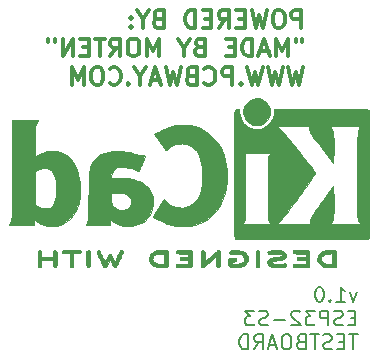
<source format=gbr>
%TF.GenerationSoftware,KiCad,Pcbnew,9.0.2*%
%TF.CreationDate,2025-07-27T12:29:31+02:00*%
%TF.ProjectId,ESP32-S3-TESTBOARD,45535033-322d-4533-932d-54455354424f,rev?*%
%TF.SameCoordinates,Original*%
%TF.FileFunction,Legend,Bot*%
%TF.FilePolarity,Positive*%
%FSLAX46Y46*%
G04 Gerber Fmt 4.6, Leading zero omitted, Abs format (unit mm)*
G04 Created by KiCad (PCBNEW 9.0.2) date 2025-07-27 12:29:31*
%MOMM*%
%LPD*%
G01*
G04 APERTURE LIST*
%ADD10C,0.200000*%
%ADD11C,0.300000*%
%ADD12C,0.010000*%
G04 APERTURE END LIST*
D10*
X154689850Y-131228430D02*
X154392231Y-132061763D01*
X154392231Y-132061763D02*
X154094612Y-131228430D01*
X152963660Y-132061763D02*
X153677945Y-132061763D01*
X153320802Y-132061763D02*
X153320802Y-130811763D01*
X153320802Y-130811763D02*
X153439850Y-130990335D01*
X153439850Y-130990335D02*
X153558898Y-131109382D01*
X153558898Y-131109382D02*
X153677945Y-131168906D01*
X152427945Y-131942716D02*
X152368422Y-132002240D01*
X152368422Y-132002240D02*
X152427945Y-132061763D01*
X152427945Y-132061763D02*
X152487469Y-132002240D01*
X152487469Y-132002240D02*
X152427945Y-131942716D01*
X152427945Y-131942716D02*
X152427945Y-132061763D01*
X151594612Y-130811763D02*
X151475565Y-130811763D01*
X151475565Y-130811763D02*
X151356517Y-130871287D01*
X151356517Y-130871287D02*
X151296993Y-130930811D01*
X151296993Y-130930811D02*
X151237469Y-131049859D01*
X151237469Y-131049859D02*
X151177946Y-131287954D01*
X151177946Y-131287954D02*
X151177946Y-131585573D01*
X151177946Y-131585573D02*
X151237469Y-131823668D01*
X151237469Y-131823668D02*
X151296993Y-131942716D01*
X151296993Y-131942716D02*
X151356517Y-132002240D01*
X151356517Y-132002240D02*
X151475565Y-132061763D01*
X151475565Y-132061763D02*
X151594612Y-132061763D01*
X151594612Y-132061763D02*
X151713660Y-132002240D01*
X151713660Y-132002240D02*
X151773184Y-131942716D01*
X151773184Y-131942716D02*
X151832707Y-131823668D01*
X151832707Y-131823668D02*
X151892231Y-131585573D01*
X151892231Y-131585573D02*
X151892231Y-131287954D01*
X151892231Y-131287954D02*
X151832707Y-131049859D01*
X151832707Y-131049859D02*
X151773184Y-130930811D01*
X151773184Y-130930811D02*
X151713660Y-130871287D01*
X151713660Y-130871287D02*
X151594612Y-130811763D01*
X154570802Y-133419431D02*
X154154136Y-133419431D01*
X153975564Y-134074193D02*
X154570802Y-134074193D01*
X154570802Y-134074193D02*
X154570802Y-132824193D01*
X154570802Y-132824193D02*
X153975564Y-132824193D01*
X153499374Y-134014670D02*
X153320803Y-134074193D01*
X153320803Y-134074193D02*
X153023184Y-134074193D01*
X153023184Y-134074193D02*
X152904136Y-134014670D01*
X152904136Y-134014670D02*
X152844612Y-133955146D01*
X152844612Y-133955146D02*
X152785089Y-133836098D01*
X152785089Y-133836098D02*
X152785089Y-133717050D01*
X152785089Y-133717050D02*
X152844612Y-133598003D01*
X152844612Y-133598003D02*
X152904136Y-133538479D01*
X152904136Y-133538479D02*
X153023184Y-133478955D01*
X153023184Y-133478955D02*
X153261279Y-133419431D01*
X153261279Y-133419431D02*
X153380327Y-133359908D01*
X153380327Y-133359908D02*
X153439850Y-133300384D01*
X153439850Y-133300384D02*
X153499374Y-133181336D01*
X153499374Y-133181336D02*
X153499374Y-133062289D01*
X153499374Y-133062289D02*
X153439850Y-132943241D01*
X153439850Y-132943241D02*
X153380327Y-132883717D01*
X153380327Y-132883717D02*
X153261279Y-132824193D01*
X153261279Y-132824193D02*
X152963660Y-132824193D01*
X152963660Y-132824193D02*
X152785089Y-132883717D01*
X152249374Y-134074193D02*
X152249374Y-132824193D01*
X152249374Y-132824193D02*
X151773184Y-132824193D01*
X151773184Y-132824193D02*
X151654136Y-132883717D01*
X151654136Y-132883717D02*
X151594613Y-132943241D01*
X151594613Y-132943241D02*
X151535089Y-133062289D01*
X151535089Y-133062289D02*
X151535089Y-133240860D01*
X151535089Y-133240860D02*
X151594613Y-133359908D01*
X151594613Y-133359908D02*
X151654136Y-133419431D01*
X151654136Y-133419431D02*
X151773184Y-133478955D01*
X151773184Y-133478955D02*
X152249374Y-133478955D01*
X151118422Y-132824193D02*
X150344613Y-132824193D01*
X150344613Y-132824193D02*
X150761279Y-133300384D01*
X150761279Y-133300384D02*
X150582708Y-133300384D01*
X150582708Y-133300384D02*
X150463660Y-133359908D01*
X150463660Y-133359908D02*
X150404136Y-133419431D01*
X150404136Y-133419431D02*
X150344613Y-133538479D01*
X150344613Y-133538479D02*
X150344613Y-133836098D01*
X150344613Y-133836098D02*
X150404136Y-133955146D01*
X150404136Y-133955146D02*
X150463660Y-134014670D01*
X150463660Y-134014670D02*
X150582708Y-134074193D01*
X150582708Y-134074193D02*
X150939851Y-134074193D01*
X150939851Y-134074193D02*
X151058898Y-134014670D01*
X151058898Y-134014670D02*
X151118422Y-133955146D01*
X149868422Y-132943241D02*
X149808898Y-132883717D01*
X149808898Y-132883717D02*
X149689851Y-132824193D01*
X149689851Y-132824193D02*
X149392232Y-132824193D01*
X149392232Y-132824193D02*
X149273184Y-132883717D01*
X149273184Y-132883717D02*
X149213660Y-132943241D01*
X149213660Y-132943241D02*
X149154137Y-133062289D01*
X149154137Y-133062289D02*
X149154137Y-133181336D01*
X149154137Y-133181336D02*
X149213660Y-133359908D01*
X149213660Y-133359908D02*
X149927946Y-134074193D01*
X149927946Y-134074193D02*
X149154137Y-134074193D01*
X148618422Y-133598003D02*
X147666042Y-133598003D01*
X147130327Y-134014670D02*
X146951756Y-134074193D01*
X146951756Y-134074193D02*
X146654137Y-134074193D01*
X146654137Y-134074193D02*
X146535089Y-134014670D01*
X146535089Y-134014670D02*
X146475565Y-133955146D01*
X146475565Y-133955146D02*
X146416042Y-133836098D01*
X146416042Y-133836098D02*
X146416042Y-133717050D01*
X146416042Y-133717050D02*
X146475565Y-133598003D01*
X146475565Y-133598003D02*
X146535089Y-133538479D01*
X146535089Y-133538479D02*
X146654137Y-133478955D01*
X146654137Y-133478955D02*
X146892232Y-133419431D01*
X146892232Y-133419431D02*
X147011280Y-133359908D01*
X147011280Y-133359908D02*
X147070803Y-133300384D01*
X147070803Y-133300384D02*
X147130327Y-133181336D01*
X147130327Y-133181336D02*
X147130327Y-133062289D01*
X147130327Y-133062289D02*
X147070803Y-132943241D01*
X147070803Y-132943241D02*
X147011280Y-132883717D01*
X147011280Y-132883717D02*
X146892232Y-132824193D01*
X146892232Y-132824193D02*
X146594613Y-132824193D01*
X146594613Y-132824193D02*
X146416042Y-132883717D01*
X145999375Y-132824193D02*
X145225566Y-132824193D01*
X145225566Y-132824193D02*
X145642232Y-133300384D01*
X145642232Y-133300384D02*
X145463661Y-133300384D01*
X145463661Y-133300384D02*
X145344613Y-133359908D01*
X145344613Y-133359908D02*
X145285089Y-133419431D01*
X145285089Y-133419431D02*
X145225566Y-133538479D01*
X145225566Y-133538479D02*
X145225566Y-133836098D01*
X145225566Y-133836098D02*
X145285089Y-133955146D01*
X145285089Y-133955146D02*
X145344613Y-134014670D01*
X145344613Y-134014670D02*
X145463661Y-134074193D01*
X145463661Y-134074193D02*
X145820804Y-134074193D01*
X145820804Y-134074193D02*
X145939851Y-134014670D01*
X145939851Y-134014670D02*
X145999375Y-133955146D01*
X154749374Y-134836623D02*
X154035088Y-134836623D01*
X154392231Y-136086623D02*
X154392231Y-134836623D01*
X153618421Y-135431861D02*
X153201755Y-135431861D01*
X153023183Y-136086623D02*
X153618421Y-136086623D01*
X153618421Y-136086623D02*
X153618421Y-134836623D01*
X153618421Y-134836623D02*
X153023183Y-134836623D01*
X152546993Y-136027100D02*
X152368422Y-136086623D01*
X152368422Y-136086623D02*
X152070803Y-136086623D01*
X152070803Y-136086623D02*
X151951755Y-136027100D01*
X151951755Y-136027100D02*
X151892231Y-135967576D01*
X151892231Y-135967576D02*
X151832708Y-135848528D01*
X151832708Y-135848528D02*
X151832708Y-135729480D01*
X151832708Y-135729480D02*
X151892231Y-135610433D01*
X151892231Y-135610433D02*
X151951755Y-135550909D01*
X151951755Y-135550909D02*
X152070803Y-135491385D01*
X152070803Y-135491385D02*
X152308898Y-135431861D01*
X152308898Y-135431861D02*
X152427946Y-135372338D01*
X152427946Y-135372338D02*
X152487469Y-135312814D01*
X152487469Y-135312814D02*
X152546993Y-135193766D01*
X152546993Y-135193766D02*
X152546993Y-135074719D01*
X152546993Y-135074719D02*
X152487469Y-134955671D01*
X152487469Y-134955671D02*
X152427946Y-134896147D01*
X152427946Y-134896147D02*
X152308898Y-134836623D01*
X152308898Y-134836623D02*
X152011279Y-134836623D01*
X152011279Y-134836623D02*
X151832708Y-134896147D01*
X151475565Y-134836623D02*
X150761279Y-134836623D01*
X151118422Y-136086623D02*
X151118422Y-134836623D01*
X149927946Y-135431861D02*
X149749374Y-135491385D01*
X149749374Y-135491385D02*
X149689851Y-135550909D01*
X149689851Y-135550909D02*
X149630327Y-135669957D01*
X149630327Y-135669957D02*
X149630327Y-135848528D01*
X149630327Y-135848528D02*
X149689851Y-135967576D01*
X149689851Y-135967576D02*
X149749374Y-136027100D01*
X149749374Y-136027100D02*
X149868422Y-136086623D01*
X149868422Y-136086623D02*
X150344612Y-136086623D01*
X150344612Y-136086623D02*
X150344612Y-134836623D01*
X150344612Y-134836623D02*
X149927946Y-134836623D01*
X149927946Y-134836623D02*
X149808898Y-134896147D01*
X149808898Y-134896147D02*
X149749374Y-134955671D01*
X149749374Y-134955671D02*
X149689851Y-135074719D01*
X149689851Y-135074719D02*
X149689851Y-135193766D01*
X149689851Y-135193766D02*
X149749374Y-135312814D01*
X149749374Y-135312814D02*
X149808898Y-135372338D01*
X149808898Y-135372338D02*
X149927946Y-135431861D01*
X149927946Y-135431861D02*
X150344612Y-135431861D01*
X148856517Y-134836623D02*
X148618422Y-134836623D01*
X148618422Y-134836623D02*
X148499374Y-134896147D01*
X148499374Y-134896147D02*
X148380327Y-135015195D01*
X148380327Y-135015195D02*
X148320803Y-135253290D01*
X148320803Y-135253290D02*
X148320803Y-135669957D01*
X148320803Y-135669957D02*
X148380327Y-135908052D01*
X148380327Y-135908052D02*
X148499374Y-136027100D01*
X148499374Y-136027100D02*
X148618422Y-136086623D01*
X148618422Y-136086623D02*
X148856517Y-136086623D01*
X148856517Y-136086623D02*
X148975565Y-136027100D01*
X148975565Y-136027100D02*
X149094612Y-135908052D01*
X149094612Y-135908052D02*
X149154136Y-135669957D01*
X149154136Y-135669957D02*
X149154136Y-135253290D01*
X149154136Y-135253290D02*
X149094612Y-135015195D01*
X149094612Y-135015195D02*
X148975565Y-134896147D01*
X148975565Y-134896147D02*
X148856517Y-134836623D01*
X147844612Y-135729480D02*
X147249374Y-135729480D01*
X147963660Y-136086623D02*
X147546993Y-134836623D01*
X147546993Y-134836623D02*
X147130327Y-136086623D01*
X145999374Y-136086623D02*
X146416040Y-135491385D01*
X146713659Y-136086623D02*
X146713659Y-134836623D01*
X146713659Y-134836623D02*
X146237469Y-134836623D01*
X146237469Y-134836623D02*
X146118421Y-134896147D01*
X146118421Y-134896147D02*
X146058898Y-134955671D01*
X146058898Y-134955671D02*
X145999374Y-135074719D01*
X145999374Y-135074719D02*
X145999374Y-135253290D01*
X145999374Y-135253290D02*
X146058898Y-135372338D01*
X146058898Y-135372338D02*
X146118421Y-135431861D01*
X146118421Y-135431861D02*
X146237469Y-135491385D01*
X146237469Y-135491385D02*
X146713659Y-135491385D01*
X145463659Y-136086623D02*
X145463659Y-134836623D01*
X145463659Y-134836623D02*
X145166040Y-134836623D01*
X145166040Y-134836623D02*
X144987469Y-134896147D01*
X144987469Y-134896147D02*
X144868421Y-135015195D01*
X144868421Y-135015195D02*
X144808898Y-135134242D01*
X144808898Y-135134242D02*
X144749374Y-135372338D01*
X144749374Y-135372338D02*
X144749374Y-135550909D01*
X144749374Y-135550909D02*
X144808898Y-135789004D01*
X144808898Y-135789004D02*
X144868421Y-135908052D01*
X144868421Y-135908052D02*
X144987469Y-136027100D01*
X144987469Y-136027100D02*
X145166040Y-136086623D01*
X145166040Y-136086623D02*
X145463659Y-136086623D01*
D11*
X149995489Y-108870996D02*
X149995489Y-107370996D01*
X149995489Y-107370996D02*
X149424060Y-107370996D01*
X149424060Y-107370996D02*
X149281203Y-107442425D01*
X149281203Y-107442425D02*
X149209774Y-107513853D01*
X149209774Y-107513853D02*
X149138346Y-107656710D01*
X149138346Y-107656710D02*
X149138346Y-107870996D01*
X149138346Y-107870996D02*
X149209774Y-108013853D01*
X149209774Y-108013853D02*
X149281203Y-108085282D01*
X149281203Y-108085282D02*
X149424060Y-108156710D01*
X149424060Y-108156710D02*
X149995489Y-108156710D01*
X148209774Y-107370996D02*
X147924060Y-107370996D01*
X147924060Y-107370996D02*
X147781203Y-107442425D01*
X147781203Y-107442425D02*
X147638346Y-107585282D01*
X147638346Y-107585282D02*
X147566917Y-107870996D01*
X147566917Y-107870996D02*
X147566917Y-108370996D01*
X147566917Y-108370996D02*
X147638346Y-108656710D01*
X147638346Y-108656710D02*
X147781203Y-108799568D01*
X147781203Y-108799568D02*
X147924060Y-108870996D01*
X147924060Y-108870996D02*
X148209774Y-108870996D01*
X148209774Y-108870996D02*
X148352632Y-108799568D01*
X148352632Y-108799568D02*
X148495489Y-108656710D01*
X148495489Y-108656710D02*
X148566917Y-108370996D01*
X148566917Y-108370996D02*
X148566917Y-107870996D01*
X148566917Y-107870996D02*
X148495489Y-107585282D01*
X148495489Y-107585282D02*
X148352632Y-107442425D01*
X148352632Y-107442425D02*
X148209774Y-107370996D01*
X147066917Y-107370996D02*
X146709774Y-108870996D01*
X146709774Y-108870996D02*
X146424060Y-107799568D01*
X146424060Y-107799568D02*
X146138345Y-108870996D01*
X146138345Y-108870996D02*
X145781203Y-107370996D01*
X145209774Y-108085282D02*
X144709774Y-108085282D01*
X144495488Y-108870996D02*
X145209774Y-108870996D01*
X145209774Y-108870996D02*
X145209774Y-107370996D01*
X145209774Y-107370996D02*
X144495488Y-107370996D01*
X142995488Y-108870996D02*
X143495488Y-108156710D01*
X143852631Y-108870996D02*
X143852631Y-107370996D01*
X143852631Y-107370996D02*
X143281202Y-107370996D01*
X143281202Y-107370996D02*
X143138345Y-107442425D01*
X143138345Y-107442425D02*
X143066916Y-107513853D01*
X143066916Y-107513853D02*
X142995488Y-107656710D01*
X142995488Y-107656710D02*
X142995488Y-107870996D01*
X142995488Y-107870996D02*
X143066916Y-108013853D01*
X143066916Y-108013853D02*
X143138345Y-108085282D01*
X143138345Y-108085282D02*
X143281202Y-108156710D01*
X143281202Y-108156710D02*
X143852631Y-108156710D01*
X142352631Y-108085282D02*
X141852631Y-108085282D01*
X141638345Y-108870996D02*
X142352631Y-108870996D01*
X142352631Y-108870996D02*
X142352631Y-107370996D01*
X142352631Y-107370996D02*
X141638345Y-107370996D01*
X140995488Y-108870996D02*
X140995488Y-107370996D01*
X140995488Y-107370996D02*
X140638345Y-107370996D01*
X140638345Y-107370996D02*
X140424059Y-107442425D01*
X140424059Y-107442425D02*
X140281202Y-107585282D01*
X140281202Y-107585282D02*
X140209773Y-107728139D01*
X140209773Y-107728139D02*
X140138345Y-108013853D01*
X140138345Y-108013853D02*
X140138345Y-108228139D01*
X140138345Y-108228139D02*
X140209773Y-108513853D01*
X140209773Y-108513853D02*
X140281202Y-108656710D01*
X140281202Y-108656710D02*
X140424059Y-108799568D01*
X140424059Y-108799568D02*
X140638345Y-108870996D01*
X140638345Y-108870996D02*
X140995488Y-108870996D01*
X137852631Y-108085282D02*
X137638345Y-108156710D01*
X137638345Y-108156710D02*
X137566916Y-108228139D01*
X137566916Y-108228139D02*
X137495488Y-108370996D01*
X137495488Y-108370996D02*
X137495488Y-108585282D01*
X137495488Y-108585282D02*
X137566916Y-108728139D01*
X137566916Y-108728139D02*
X137638345Y-108799568D01*
X137638345Y-108799568D02*
X137781202Y-108870996D01*
X137781202Y-108870996D02*
X138352631Y-108870996D01*
X138352631Y-108870996D02*
X138352631Y-107370996D01*
X138352631Y-107370996D02*
X137852631Y-107370996D01*
X137852631Y-107370996D02*
X137709774Y-107442425D01*
X137709774Y-107442425D02*
X137638345Y-107513853D01*
X137638345Y-107513853D02*
X137566916Y-107656710D01*
X137566916Y-107656710D02*
X137566916Y-107799568D01*
X137566916Y-107799568D02*
X137638345Y-107942425D01*
X137638345Y-107942425D02*
X137709774Y-108013853D01*
X137709774Y-108013853D02*
X137852631Y-108085282D01*
X137852631Y-108085282D02*
X138352631Y-108085282D01*
X136566916Y-108156710D02*
X136566916Y-108870996D01*
X137066916Y-107370996D02*
X136566916Y-108156710D01*
X136566916Y-108156710D02*
X136066916Y-107370996D01*
X135566917Y-108728139D02*
X135495488Y-108799568D01*
X135495488Y-108799568D02*
X135566917Y-108870996D01*
X135566917Y-108870996D02*
X135638345Y-108799568D01*
X135638345Y-108799568D02*
X135566917Y-108728139D01*
X135566917Y-108728139D02*
X135566917Y-108870996D01*
X135566917Y-107942425D02*
X135495488Y-108013853D01*
X135495488Y-108013853D02*
X135566917Y-108085282D01*
X135566917Y-108085282D02*
X135638345Y-108013853D01*
X135638345Y-108013853D02*
X135566917Y-107942425D01*
X135566917Y-107942425D02*
X135566917Y-108085282D01*
X150066917Y-109785912D02*
X150066917Y-110071626D01*
X149495489Y-109785912D02*
X149495489Y-110071626D01*
X148852632Y-111285912D02*
X148852632Y-109785912D01*
X148852632Y-109785912D02*
X148352632Y-110857341D01*
X148352632Y-110857341D02*
X147852632Y-109785912D01*
X147852632Y-109785912D02*
X147852632Y-111285912D01*
X147209774Y-110857341D02*
X146495489Y-110857341D01*
X147352631Y-111285912D02*
X146852631Y-109785912D01*
X146852631Y-109785912D02*
X146352631Y-111285912D01*
X145852632Y-111285912D02*
X145852632Y-109785912D01*
X145852632Y-109785912D02*
X145495489Y-109785912D01*
X145495489Y-109785912D02*
X145281203Y-109857341D01*
X145281203Y-109857341D02*
X145138346Y-110000198D01*
X145138346Y-110000198D02*
X145066917Y-110143055D01*
X145066917Y-110143055D02*
X144995489Y-110428769D01*
X144995489Y-110428769D02*
X144995489Y-110643055D01*
X144995489Y-110643055D02*
X145066917Y-110928769D01*
X145066917Y-110928769D02*
X145138346Y-111071626D01*
X145138346Y-111071626D02*
X145281203Y-111214484D01*
X145281203Y-111214484D02*
X145495489Y-111285912D01*
X145495489Y-111285912D02*
X145852632Y-111285912D01*
X144352632Y-110500198D02*
X143852632Y-110500198D01*
X143638346Y-111285912D02*
X144352632Y-111285912D01*
X144352632Y-111285912D02*
X144352632Y-109785912D01*
X144352632Y-109785912D02*
X143638346Y-109785912D01*
X141352632Y-110500198D02*
X141138346Y-110571626D01*
X141138346Y-110571626D02*
X141066917Y-110643055D01*
X141066917Y-110643055D02*
X140995489Y-110785912D01*
X140995489Y-110785912D02*
X140995489Y-111000198D01*
X140995489Y-111000198D02*
X141066917Y-111143055D01*
X141066917Y-111143055D02*
X141138346Y-111214484D01*
X141138346Y-111214484D02*
X141281203Y-111285912D01*
X141281203Y-111285912D02*
X141852632Y-111285912D01*
X141852632Y-111285912D02*
X141852632Y-109785912D01*
X141852632Y-109785912D02*
X141352632Y-109785912D01*
X141352632Y-109785912D02*
X141209775Y-109857341D01*
X141209775Y-109857341D02*
X141138346Y-109928769D01*
X141138346Y-109928769D02*
X141066917Y-110071626D01*
X141066917Y-110071626D02*
X141066917Y-110214484D01*
X141066917Y-110214484D02*
X141138346Y-110357341D01*
X141138346Y-110357341D02*
X141209775Y-110428769D01*
X141209775Y-110428769D02*
X141352632Y-110500198D01*
X141352632Y-110500198D02*
X141852632Y-110500198D01*
X140066917Y-110571626D02*
X140066917Y-111285912D01*
X140566917Y-109785912D02*
X140066917Y-110571626D01*
X140066917Y-110571626D02*
X139566917Y-109785912D01*
X137924061Y-111285912D02*
X137924061Y-109785912D01*
X137924061Y-109785912D02*
X137424061Y-110857341D01*
X137424061Y-110857341D02*
X136924061Y-109785912D01*
X136924061Y-109785912D02*
X136924061Y-111285912D01*
X135924060Y-109785912D02*
X135638346Y-109785912D01*
X135638346Y-109785912D02*
X135495489Y-109857341D01*
X135495489Y-109857341D02*
X135352632Y-110000198D01*
X135352632Y-110000198D02*
X135281203Y-110285912D01*
X135281203Y-110285912D02*
X135281203Y-110785912D01*
X135281203Y-110785912D02*
X135352632Y-111071626D01*
X135352632Y-111071626D02*
X135495489Y-111214484D01*
X135495489Y-111214484D02*
X135638346Y-111285912D01*
X135638346Y-111285912D02*
X135924060Y-111285912D01*
X135924060Y-111285912D02*
X136066918Y-111214484D01*
X136066918Y-111214484D02*
X136209775Y-111071626D01*
X136209775Y-111071626D02*
X136281203Y-110785912D01*
X136281203Y-110785912D02*
X136281203Y-110285912D01*
X136281203Y-110285912D02*
X136209775Y-110000198D01*
X136209775Y-110000198D02*
X136066918Y-109857341D01*
X136066918Y-109857341D02*
X135924060Y-109785912D01*
X133781203Y-111285912D02*
X134281203Y-110571626D01*
X134638346Y-111285912D02*
X134638346Y-109785912D01*
X134638346Y-109785912D02*
X134066917Y-109785912D01*
X134066917Y-109785912D02*
X133924060Y-109857341D01*
X133924060Y-109857341D02*
X133852631Y-109928769D01*
X133852631Y-109928769D02*
X133781203Y-110071626D01*
X133781203Y-110071626D02*
X133781203Y-110285912D01*
X133781203Y-110285912D02*
X133852631Y-110428769D01*
X133852631Y-110428769D02*
X133924060Y-110500198D01*
X133924060Y-110500198D02*
X134066917Y-110571626D01*
X134066917Y-110571626D02*
X134638346Y-110571626D01*
X133352631Y-109785912D02*
X132495489Y-109785912D01*
X132924060Y-111285912D02*
X132924060Y-109785912D01*
X131995489Y-110500198D02*
X131495489Y-110500198D01*
X131281203Y-111285912D02*
X131995489Y-111285912D01*
X131995489Y-111285912D02*
X131995489Y-109785912D01*
X131995489Y-109785912D02*
X131281203Y-109785912D01*
X130638346Y-111285912D02*
X130638346Y-109785912D01*
X130638346Y-109785912D02*
X129781203Y-111285912D01*
X129781203Y-111285912D02*
X129781203Y-109785912D01*
X129138345Y-109785912D02*
X129138345Y-110071626D01*
X128566917Y-109785912D02*
X128566917Y-110071626D01*
X150138346Y-112200828D02*
X149781203Y-113700828D01*
X149781203Y-113700828D02*
X149495489Y-112629400D01*
X149495489Y-112629400D02*
X149209774Y-113700828D01*
X149209774Y-113700828D02*
X148852632Y-112200828D01*
X148424060Y-112200828D02*
X148066917Y-113700828D01*
X148066917Y-113700828D02*
X147781203Y-112629400D01*
X147781203Y-112629400D02*
X147495488Y-113700828D01*
X147495488Y-113700828D02*
X147138346Y-112200828D01*
X146709774Y-112200828D02*
X146352631Y-113700828D01*
X146352631Y-113700828D02*
X146066917Y-112629400D01*
X146066917Y-112629400D02*
X145781202Y-113700828D01*
X145781202Y-113700828D02*
X145424060Y-112200828D01*
X144852631Y-113557971D02*
X144781202Y-113629400D01*
X144781202Y-113629400D02*
X144852631Y-113700828D01*
X144852631Y-113700828D02*
X144924059Y-113629400D01*
X144924059Y-113629400D02*
X144852631Y-113557971D01*
X144852631Y-113557971D02*
X144852631Y-113700828D01*
X144138345Y-113700828D02*
X144138345Y-112200828D01*
X144138345Y-112200828D02*
X143566916Y-112200828D01*
X143566916Y-112200828D02*
X143424059Y-112272257D01*
X143424059Y-112272257D02*
X143352630Y-112343685D01*
X143352630Y-112343685D02*
X143281202Y-112486542D01*
X143281202Y-112486542D02*
X143281202Y-112700828D01*
X143281202Y-112700828D02*
X143352630Y-112843685D01*
X143352630Y-112843685D02*
X143424059Y-112915114D01*
X143424059Y-112915114D02*
X143566916Y-112986542D01*
X143566916Y-112986542D02*
X144138345Y-112986542D01*
X141781202Y-113557971D02*
X141852630Y-113629400D01*
X141852630Y-113629400D02*
X142066916Y-113700828D01*
X142066916Y-113700828D02*
X142209773Y-113700828D01*
X142209773Y-113700828D02*
X142424059Y-113629400D01*
X142424059Y-113629400D02*
X142566916Y-113486542D01*
X142566916Y-113486542D02*
X142638345Y-113343685D01*
X142638345Y-113343685D02*
X142709773Y-113057971D01*
X142709773Y-113057971D02*
X142709773Y-112843685D01*
X142709773Y-112843685D02*
X142638345Y-112557971D01*
X142638345Y-112557971D02*
X142566916Y-112415114D01*
X142566916Y-112415114D02*
X142424059Y-112272257D01*
X142424059Y-112272257D02*
X142209773Y-112200828D01*
X142209773Y-112200828D02*
X142066916Y-112200828D01*
X142066916Y-112200828D02*
X141852630Y-112272257D01*
X141852630Y-112272257D02*
X141781202Y-112343685D01*
X140638345Y-112915114D02*
X140424059Y-112986542D01*
X140424059Y-112986542D02*
X140352630Y-113057971D01*
X140352630Y-113057971D02*
X140281202Y-113200828D01*
X140281202Y-113200828D02*
X140281202Y-113415114D01*
X140281202Y-113415114D02*
X140352630Y-113557971D01*
X140352630Y-113557971D02*
X140424059Y-113629400D01*
X140424059Y-113629400D02*
X140566916Y-113700828D01*
X140566916Y-113700828D02*
X141138345Y-113700828D01*
X141138345Y-113700828D02*
X141138345Y-112200828D01*
X141138345Y-112200828D02*
X140638345Y-112200828D01*
X140638345Y-112200828D02*
X140495488Y-112272257D01*
X140495488Y-112272257D02*
X140424059Y-112343685D01*
X140424059Y-112343685D02*
X140352630Y-112486542D01*
X140352630Y-112486542D02*
X140352630Y-112629400D01*
X140352630Y-112629400D02*
X140424059Y-112772257D01*
X140424059Y-112772257D02*
X140495488Y-112843685D01*
X140495488Y-112843685D02*
X140638345Y-112915114D01*
X140638345Y-112915114D02*
X141138345Y-112915114D01*
X139781202Y-112200828D02*
X139424059Y-113700828D01*
X139424059Y-113700828D02*
X139138345Y-112629400D01*
X139138345Y-112629400D02*
X138852630Y-113700828D01*
X138852630Y-113700828D02*
X138495488Y-112200828D01*
X137995487Y-113272257D02*
X137281202Y-113272257D01*
X138138344Y-113700828D02*
X137638344Y-112200828D01*
X137638344Y-112200828D02*
X137138344Y-113700828D01*
X136352630Y-112986542D02*
X136352630Y-113700828D01*
X136852630Y-112200828D02*
X136352630Y-112986542D01*
X136352630Y-112986542D02*
X135852630Y-112200828D01*
X135352631Y-113557971D02*
X135281202Y-113629400D01*
X135281202Y-113629400D02*
X135352631Y-113700828D01*
X135352631Y-113700828D02*
X135424059Y-113629400D01*
X135424059Y-113629400D02*
X135352631Y-113557971D01*
X135352631Y-113557971D02*
X135352631Y-113700828D01*
X133781202Y-113557971D02*
X133852630Y-113629400D01*
X133852630Y-113629400D02*
X134066916Y-113700828D01*
X134066916Y-113700828D02*
X134209773Y-113700828D01*
X134209773Y-113700828D02*
X134424059Y-113629400D01*
X134424059Y-113629400D02*
X134566916Y-113486542D01*
X134566916Y-113486542D02*
X134638345Y-113343685D01*
X134638345Y-113343685D02*
X134709773Y-113057971D01*
X134709773Y-113057971D02*
X134709773Y-112843685D01*
X134709773Y-112843685D02*
X134638345Y-112557971D01*
X134638345Y-112557971D02*
X134566916Y-112415114D01*
X134566916Y-112415114D02*
X134424059Y-112272257D01*
X134424059Y-112272257D02*
X134209773Y-112200828D01*
X134209773Y-112200828D02*
X134066916Y-112200828D01*
X134066916Y-112200828D02*
X133852630Y-112272257D01*
X133852630Y-112272257D02*
X133781202Y-112343685D01*
X132852630Y-112200828D02*
X132566916Y-112200828D01*
X132566916Y-112200828D02*
X132424059Y-112272257D01*
X132424059Y-112272257D02*
X132281202Y-112415114D01*
X132281202Y-112415114D02*
X132209773Y-112700828D01*
X132209773Y-112700828D02*
X132209773Y-113200828D01*
X132209773Y-113200828D02*
X132281202Y-113486542D01*
X132281202Y-113486542D02*
X132424059Y-113629400D01*
X132424059Y-113629400D02*
X132566916Y-113700828D01*
X132566916Y-113700828D02*
X132852630Y-113700828D01*
X132852630Y-113700828D02*
X132995488Y-113629400D01*
X132995488Y-113629400D02*
X133138345Y-113486542D01*
X133138345Y-113486542D02*
X133209773Y-113200828D01*
X133209773Y-113200828D02*
X133209773Y-112700828D01*
X133209773Y-112700828D02*
X133138345Y-112415114D01*
X133138345Y-112415114D02*
X132995488Y-112272257D01*
X132995488Y-112272257D02*
X132852630Y-112200828D01*
X131566916Y-113700828D02*
X131566916Y-112200828D01*
X131566916Y-112200828D02*
X131066916Y-113272257D01*
X131066916Y-113272257D02*
X130566916Y-112200828D01*
X130566916Y-112200828D02*
X130566916Y-113700828D01*
D12*
%TO.C,REF\u002A\u002A*%
X131983678Y-127696039D02*
X132035351Y-127727575D01*
X132088891Y-127770929D01*
X132088891Y-129071622D01*
X132035351Y-129114976D01*
X131972350Y-129150081D01*
X131900430Y-129151760D01*
X131837272Y-129110591D01*
X131829485Y-129101219D01*
X131818504Y-129082199D01*
X131810052Y-129054714D01*
X131803801Y-129013492D01*
X131799422Y-128953265D01*
X131796588Y-128868761D01*
X131794970Y-128754710D01*
X131794240Y-128605844D01*
X131794069Y-128416891D01*
X131794069Y-127770929D01*
X131847608Y-127727575D01*
X131895246Y-127697903D01*
X131941480Y-127684222D01*
X131983678Y-127696039D01*
G36*
X131983678Y-127696039D02*
G01*
X132035351Y-127727575D01*
X132088891Y-127770929D01*
X132088891Y-129071622D01*
X132035351Y-129114976D01*
X131972350Y-129150081D01*
X131900430Y-129151760D01*
X131837272Y-129110591D01*
X131829485Y-129101219D01*
X131818504Y-129082199D01*
X131810052Y-129054714D01*
X131803801Y-129013492D01*
X131799422Y-128953265D01*
X131796588Y-128868761D01*
X131794970Y-128754710D01*
X131794240Y-128605844D01*
X131794069Y-128416891D01*
X131794069Y-127770929D01*
X131847608Y-127727575D01*
X131895246Y-127697903D01*
X131941480Y-127684222D01*
X131983678Y-127696039D01*
G37*
X146308807Y-127693054D02*
X146377421Y-127739887D01*
X146433087Y-127795553D01*
X146433087Y-128424452D01*
X146433005Y-128593263D01*
X146432485Y-128742369D01*
X146431138Y-128856380D01*
X146428571Y-128940697D01*
X146424395Y-129000718D01*
X146418218Y-129041844D01*
X146409650Y-129069473D01*
X146398300Y-129089006D01*
X146383777Y-129105840D01*
X146320569Y-129148960D01*
X146249924Y-129152509D01*
X146183623Y-129112972D01*
X146172962Y-129101182D01*
X146162014Y-129082933D01*
X146153645Y-129056131D01*
X146147509Y-129015519D01*
X146143262Y-128955838D01*
X146140559Y-128871830D01*
X146139055Y-128758239D01*
X146138406Y-128609807D01*
X146138266Y-128421275D01*
X146138345Y-128269277D01*
X146138857Y-128112763D01*
X146140151Y-127992207D01*
X146142570Y-127902353D01*
X146146460Y-127837942D01*
X146152166Y-127793717D01*
X146160032Y-127764420D01*
X146170402Y-127744793D01*
X146183623Y-127729579D01*
X146242250Y-127691367D01*
X146308807Y-127693054D01*
G36*
X146308807Y-127693054D02*
G01*
X146377421Y-127739887D01*
X146433087Y-127795553D01*
X146433087Y-128424452D01*
X146433005Y-128593263D01*
X146432485Y-128742369D01*
X146431138Y-128856380D01*
X146428571Y-128940697D01*
X146424395Y-129000718D01*
X146418218Y-129041844D01*
X146409650Y-129069473D01*
X146398300Y-129089006D01*
X146383777Y-129105840D01*
X146320569Y-129148960D01*
X146249924Y-129152509D01*
X146183623Y-129112972D01*
X146172962Y-129101182D01*
X146162014Y-129082933D01*
X146153645Y-129056131D01*
X146147509Y-129015519D01*
X146143262Y-128955838D01*
X146140559Y-128871830D01*
X146139055Y-128758239D01*
X146138406Y-128609807D01*
X146138266Y-128421275D01*
X146138345Y-128269277D01*
X146138857Y-128112763D01*
X146140151Y-127992207D01*
X146142570Y-127902353D01*
X146146460Y-127837942D01*
X146152166Y-127793717D01*
X146160032Y-127764420D01*
X146170402Y-127744793D01*
X146183623Y-127729579D01*
X146242250Y-127691367D01*
X146308807Y-127693054D01*
G37*
X146365293Y-114852240D02*
X146575206Y-114903672D01*
X146774180Y-114995982D01*
X146955945Y-115129186D01*
X147114231Y-115303296D01*
X147242766Y-115518329D01*
X147277226Y-115594080D01*
X147305143Y-115670859D01*
X147320807Y-115747615D01*
X147327673Y-115842554D01*
X147329195Y-115973880D01*
X147328275Y-116083186D01*
X147322732Y-116183641D01*
X147309142Y-116262016D01*
X147284110Y-116336311D01*
X147244245Y-116424525D01*
X147232713Y-116448033D01*
X147096408Y-116663289D01*
X146924974Y-116840396D01*
X146723278Y-116975197D01*
X146496184Y-117063536D01*
X146379660Y-117088188D01*
X146143268Y-117099723D01*
X145914307Y-117062398D01*
X145699491Y-116980039D01*
X145505535Y-116856473D01*
X145339151Y-116695528D01*
X145207055Y-116501030D01*
X145115960Y-116276805D01*
X145082631Y-116093311D01*
X145079628Y-115890817D01*
X145106735Y-115693849D01*
X145162661Y-115523235D01*
X145227280Y-115401257D01*
X145371136Y-115207731D01*
X145541678Y-115054995D01*
X145732635Y-114943063D01*
X145937737Y-114871950D01*
X146150714Y-114841671D01*
X146365293Y-114852240D01*
G36*
X146365293Y-114852240D02*
G01*
X146575206Y-114903672D01*
X146774180Y-114995982D01*
X146955945Y-115129186D01*
X147114231Y-115303296D01*
X147242766Y-115518329D01*
X147277226Y-115594080D01*
X147305143Y-115670859D01*
X147320807Y-115747615D01*
X147327673Y-115842554D01*
X147329195Y-115973880D01*
X147328275Y-116083186D01*
X147322732Y-116183641D01*
X147309142Y-116262016D01*
X147284110Y-116336311D01*
X147244245Y-116424525D01*
X147232713Y-116448033D01*
X147096408Y-116663289D01*
X146924974Y-116840396D01*
X146723278Y-116975197D01*
X146496184Y-117063536D01*
X146379660Y-117088188D01*
X146143268Y-117099723D01*
X145914307Y-117062398D01*
X145699491Y-116980039D01*
X145505535Y-116856473D01*
X145339151Y-116695528D01*
X145207055Y-116501030D01*
X145115960Y-116276805D01*
X145082631Y-116093311D01*
X145079628Y-115890817D01*
X145106735Y-115693849D01*
X145162661Y-115523235D01*
X145227280Y-115401257D01*
X145371136Y-115207731D01*
X145541678Y-115054995D01*
X145732635Y-114943063D01*
X145937737Y-114871950D01*
X146150714Y-114841671D01*
X146365293Y-114852240D01*
G37*
X130578155Y-127684225D02*
X130767241Y-127684405D01*
X130916935Y-127685088D01*
X131032261Y-127686578D01*
X131118243Y-127689180D01*
X131179903Y-127693201D01*
X131222265Y-127698946D01*
X131250353Y-127706721D01*
X131269191Y-127716830D01*
X131283801Y-127729579D01*
X131321581Y-127795306D01*
X131324487Y-127870796D01*
X131291626Y-127937570D01*
X131288893Y-127940490D01*
X131266387Y-127957285D01*
X131232030Y-127968445D01*
X131177448Y-127975062D01*
X131094271Y-127978230D01*
X130974126Y-127979043D01*
X130694158Y-127979043D01*
X130694158Y-128508931D01*
X130694007Y-128661264D01*
X130693187Y-128795192D01*
X130691214Y-128895204D01*
X130687606Y-128967359D01*
X130681879Y-129017715D01*
X130673550Y-129052331D01*
X130662136Y-129077264D01*
X130647155Y-129098574D01*
X130642553Y-129104211D01*
X130579919Y-129149698D01*
X130510854Y-129152840D01*
X130444694Y-129112972D01*
X130430675Y-129096748D01*
X130419682Y-129075457D01*
X130411606Y-129043629D01*
X130405999Y-128995462D01*
X130402415Y-128925151D01*
X130400407Y-128826895D01*
X130399530Y-128694888D01*
X130399337Y-128523329D01*
X130399337Y-127979043D01*
X130106162Y-127979043D01*
X130083863Y-127979041D01*
X129970323Y-127978589D01*
X129892287Y-127976301D01*
X129841276Y-127970676D01*
X129808808Y-127960216D01*
X129786405Y-127943418D01*
X129765586Y-127918783D01*
X129733750Y-127857134D01*
X129739982Y-127789271D01*
X129791499Y-127723909D01*
X129801425Y-127716441D01*
X129821936Y-127706726D01*
X129852925Y-127699166D01*
X129899374Y-127693496D01*
X129966267Y-127689451D01*
X130058585Y-127686766D01*
X130181312Y-127685176D01*
X130339430Y-127684416D01*
X130537921Y-127684222D01*
X130578155Y-127684225D01*
G36*
X130578155Y-127684225D02*
G01*
X130767241Y-127684405D01*
X130916935Y-127685088D01*
X131032261Y-127686578D01*
X131118243Y-127689180D01*
X131179903Y-127693201D01*
X131222265Y-127698946D01*
X131250353Y-127706721D01*
X131269191Y-127716830D01*
X131283801Y-127729579D01*
X131321581Y-127795306D01*
X131324487Y-127870796D01*
X131291626Y-127937570D01*
X131288893Y-127940490D01*
X131266387Y-127957285D01*
X131232030Y-127968445D01*
X131177448Y-127975062D01*
X131094271Y-127978230D01*
X130974126Y-127979043D01*
X130694158Y-127979043D01*
X130694158Y-128508931D01*
X130694007Y-128661264D01*
X130693187Y-128795192D01*
X130691214Y-128895204D01*
X130687606Y-128967359D01*
X130681879Y-129017715D01*
X130673550Y-129052331D01*
X130662136Y-129077264D01*
X130647155Y-129098574D01*
X130642553Y-129104211D01*
X130579919Y-129149698D01*
X130510854Y-129152840D01*
X130444694Y-129112972D01*
X130430675Y-129096748D01*
X130419682Y-129075457D01*
X130411606Y-129043629D01*
X130405999Y-128995462D01*
X130402415Y-128925151D01*
X130400407Y-128826895D01*
X130399530Y-128694888D01*
X130399337Y-128523329D01*
X130399337Y-127979043D01*
X130106162Y-127979043D01*
X130083863Y-127979041D01*
X129970323Y-127978589D01*
X129892287Y-127976301D01*
X129841276Y-127970676D01*
X129808808Y-127960216D01*
X129786405Y-127943418D01*
X129765586Y-127918783D01*
X129733750Y-127857134D01*
X129739982Y-127789271D01*
X129791499Y-127723909D01*
X129801425Y-127716441D01*
X129821936Y-127706726D01*
X129852925Y-127699166D01*
X129899374Y-127693496D01*
X129966267Y-127689451D01*
X130058585Y-127686766D01*
X130181312Y-127685176D01*
X130339430Y-127684416D01*
X130537921Y-127684222D01*
X130578155Y-127684225D01*
G37*
X129220051Y-127729579D02*
X129231366Y-127742015D01*
X129241593Y-127758499D01*
X129249802Y-127782158D01*
X129256186Y-127817232D01*
X129260940Y-127867965D01*
X129264256Y-127938599D01*
X129266328Y-128033377D01*
X129267349Y-128156541D01*
X129267512Y-128312334D01*
X129267011Y-128504998D01*
X129266039Y-128738775D01*
X129265902Y-128767252D01*
X129264724Y-128891328D01*
X129262068Y-128979084D01*
X129256954Y-129038107D01*
X129248405Y-129075983D01*
X129235445Y-129100299D01*
X129217094Y-129118641D01*
X129149881Y-129153631D01*
X129079672Y-129147802D01*
X129017590Y-129098574D01*
X128999491Y-129072050D01*
X128984522Y-129034814D01*
X128975747Y-128982524D01*
X128971619Y-128905088D01*
X128970587Y-128792413D01*
X128970587Y-128546008D01*
X127972730Y-128546008D01*
X127972730Y-128816864D01*
X127972583Y-128888766D01*
X127971051Y-128981839D01*
X127966679Y-129043181D01*
X127958047Y-129081411D01*
X127943736Y-129105152D01*
X127922327Y-129123025D01*
X127857536Y-129153299D01*
X127786648Y-129147941D01*
X127724912Y-129098574D01*
X127715559Y-129086009D01*
X127703635Y-129064866D01*
X127694532Y-129036883D01*
X127687871Y-128996555D01*
X127683273Y-128938382D01*
X127680356Y-128856861D01*
X127678743Y-128746489D01*
X127678054Y-128601765D01*
X127677908Y-128417186D01*
X127677908Y-127795553D01*
X127733574Y-127739887D01*
X127796611Y-127695203D01*
X127863366Y-127689800D01*
X127927373Y-127729579D01*
X127944018Y-127749207D01*
X127958908Y-127781133D01*
X127967622Y-127829282D01*
X127971712Y-127903357D01*
X127972730Y-128013061D01*
X127972730Y-128251186D01*
X128970587Y-128251186D01*
X128970587Y-128023370D01*
X128970588Y-128019128D01*
X128971467Y-127915272D01*
X128975412Y-127845914D01*
X128984484Y-127800561D01*
X129000744Y-127768716D01*
X129026253Y-127739887D01*
X129089290Y-127695203D01*
X129156044Y-127689800D01*
X129220051Y-127729579D01*
G36*
X129220051Y-127729579D02*
G01*
X129231366Y-127742015D01*
X129241593Y-127758499D01*
X129249802Y-127782158D01*
X129256186Y-127817232D01*
X129260940Y-127867965D01*
X129264256Y-127938599D01*
X129266328Y-128033377D01*
X129267349Y-128156541D01*
X129267512Y-128312334D01*
X129267011Y-128504998D01*
X129266039Y-128738775D01*
X129265902Y-128767252D01*
X129264724Y-128891328D01*
X129262068Y-128979084D01*
X129256954Y-129038107D01*
X129248405Y-129075983D01*
X129235445Y-129100299D01*
X129217094Y-129118641D01*
X129149881Y-129153631D01*
X129079672Y-129147802D01*
X129017590Y-129098574D01*
X128999491Y-129072050D01*
X128984522Y-129034814D01*
X128975747Y-128982524D01*
X128971619Y-128905088D01*
X128970587Y-128792413D01*
X128970587Y-128546008D01*
X127972730Y-128546008D01*
X127972730Y-128816864D01*
X127972583Y-128888766D01*
X127971051Y-128981839D01*
X127966679Y-129043181D01*
X127958047Y-129081411D01*
X127943736Y-129105152D01*
X127922327Y-129123025D01*
X127857536Y-129153299D01*
X127786648Y-129147941D01*
X127724912Y-129098574D01*
X127715559Y-129086009D01*
X127703635Y-129064866D01*
X127694532Y-129036883D01*
X127687871Y-128996555D01*
X127683273Y-128938382D01*
X127680356Y-128856861D01*
X127678743Y-128746489D01*
X127678054Y-128601765D01*
X127677908Y-128417186D01*
X127677908Y-127795553D01*
X127733574Y-127739887D01*
X127796611Y-127695203D01*
X127863366Y-127689800D01*
X127927373Y-127729579D01*
X127944018Y-127749207D01*
X127958908Y-127781133D01*
X127967622Y-127829282D01*
X127971712Y-127903357D01*
X127972730Y-128013061D01*
X127972730Y-128251186D01*
X128970587Y-128251186D01*
X128970587Y-128023370D01*
X128970588Y-128019128D01*
X128971467Y-127915272D01*
X128975412Y-127845914D01*
X128984484Y-127800561D01*
X129000744Y-127768716D01*
X129026253Y-127739887D01*
X129089290Y-127695203D01*
X129156044Y-127689800D01*
X129220051Y-127729579D01*
G37*
X138672862Y-128912339D02*
X138668906Y-128978188D01*
X138663022Y-129024235D01*
X138654832Y-129055979D01*
X138643955Y-129078925D01*
X138630012Y-129098574D01*
X138583009Y-129158329D01*
X138250146Y-129157136D01*
X138180244Y-129156537D01*
X137982398Y-129149645D01*
X137819752Y-129134212D01*
X137684964Y-129108985D01*
X137570689Y-129072714D01*
X137469586Y-129024148D01*
X137462839Y-129020297D01*
X137346699Y-128946533D01*
X137261613Y-128872271D01*
X137195687Y-128784912D01*
X137137027Y-128671855D01*
X137128425Y-128652539D01*
X137083068Y-128525603D01*
X137071548Y-128434086D01*
X137371371Y-128434086D01*
X137382646Y-128483764D01*
X137394150Y-128515661D01*
X137460303Y-128636013D01*
X137555403Y-128727928D01*
X137683503Y-128794494D01*
X137848655Y-128838800D01*
X137854268Y-128839809D01*
X137947252Y-128851787D01*
X138060548Y-128860280D01*
X138170913Y-128863508D01*
X138359516Y-128863508D01*
X138359516Y-127979043D01*
X138183757Y-127979943D01*
X138049320Y-127984918D01*
X137863699Y-128007521D01*
X137704361Y-128046774D01*
X137579858Y-128100963D01*
X137517702Y-128142605D01*
X137461211Y-128202403D01*
X137414324Y-128287638D01*
X137400006Y-128319713D01*
X137376253Y-128385006D01*
X137371371Y-128434086D01*
X137071548Y-128434086D01*
X137069064Y-128414352D01*
X137086344Y-128303808D01*
X137134843Y-128178989D01*
X137136442Y-128175588D01*
X137217706Y-128036125D01*
X137319527Y-127922422D01*
X137445538Y-127832889D01*
X137599374Y-127765934D01*
X137784667Y-127719969D01*
X138005052Y-127693401D01*
X138264163Y-127684640D01*
X138271338Y-127684630D01*
X138391915Y-127684911D01*
X138476150Y-127686993D01*
X138532629Y-127692204D01*
X138569932Y-127701872D01*
X138596645Y-127717324D01*
X138621350Y-127739887D01*
X138677016Y-127795553D01*
X138677016Y-128417186D01*
X138676965Y-128540947D01*
X138676512Y-128699221D01*
X138675271Y-128821184D01*
X138674152Y-128863508D01*
X138672862Y-128912339D01*
G36*
X138672862Y-128912339D02*
G01*
X138668906Y-128978188D01*
X138663022Y-129024235D01*
X138654832Y-129055979D01*
X138643955Y-129078925D01*
X138630012Y-129098574D01*
X138583009Y-129158329D01*
X138250146Y-129157136D01*
X138180244Y-129156537D01*
X137982398Y-129149645D01*
X137819752Y-129134212D01*
X137684964Y-129108985D01*
X137570689Y-129072714D01*
X137469586Y-129024148D01*
X137462839Y-129020297D01*
X137346699Y-128946533D01*
X137261613Y-128872271D01*
X137195687Y-128784912D01*
X137137027Y-128671855D01*
X137128425Y-128652539D01*
X137083068Y-128525603D01*
X137071548Y-128434086D01*
X137371371Y-128434086D01*
X137382646Y-128483764D01*
X137394150Y-128515661D01*
X137460303Y-128636013D01*
X137555403Y-128727928D01*
X137683503Y-128794494D01*
X137848655Y-128838800D01*
X137854268Y-128839809D01*
X137947252Y-128851787D01*
X138060548Y-128860280D01*
X138170913Y-128863508D01*
X138359516Y-128863508D01*
X138359516Y-127979043D01*
X138183757Y-127979943D01*
X138049320Y-127984918D01*
X137863699Y-128007521D01*
X137704361Y-128046774D01*
X137579858Y-128100963D01*
X137517702Y-128142605D01*
X137461211Y-128202403D01*
X137414324Y-128287638D01*
X137400006Y-128319713D01*
X137376253Y-128385006D01*
X137371371Y-128434086D01*
X137071548Y-128434086D01*
X137069064Y-128414352D01*
X137086344Y-128303808D01*
X137134843Y-128178989D01*
X137136442Y-128175588D01*
X137217706Y-128036125D01*
X137319527Y-127922422D01*
X137445538Y-127832889D01*
X137599374Y-127765934D01*
X137784667Y-127719969D01*
X138005052Y-127693401D01*
X138264163Y-127684640D01*
X138271338Y-127684630D01*
X138391915Y-127684911D01*
X138476150Y-127686993D01*
X138532629Y-127692204D01*
X138569932Y-127701872D01*
X138596645Y-127717324D01*
X138621350Y-127739887D01*
X138677016Y-127795553D01*
X138677016Y-128417186D01*
X138676965Y-128540947D01*
X138676512Y-128699221D01*
X138675271Y-128821184D01*
X138674152Y-128863508D01*
X138672862Y-128912339D01*
G37*
X152919550Y-128056597D02*
X152919658Y-128218546D01*
X152919158Y-128421275D01*
X152919079Y-128573273D01*
X152918567Y-128729788D01*
X152917273Y-128850343D01*
X152914854Y-128940198D01*
X152910964Y-129004609D01*
X152905258Y-129048834D01*
X152897393Y-129078131D01*
X152887022Y-129097758D01*
X152873801Y-129112972D01*
X152859805Y-129125495D01*
X152833693Y-129140161D01*
X152795226Y-129149710D01*
X152736155Y-129155210D01*
X152648233Y-129157727D01*
X152523210Y-129158329D01*
X152424880Y-129157575D01*
X152210207Y-129148678D01*
X152030955Y-129128413D01*
X151880691Y-129095089D01*
X151752981Y-129047015D01*
X151641392Y-128982500D01*
X151539490Y-128899856D01*
X151527460Y-128888098D01*
X151453397Y-128790648D01*
X151390920Y-128668488D01*
X151347763Y-128539428D01*
X151337154Y-128461595D01*
X151632903Y-128461595D01*
X151669630Y-128563920D01*
X151729236Y-128656164D01*
X151823047Y-128741362D01*
X151946373Y-128801233D01*
X152105373Y-128839675D01*
X152108366Y-128840154D01*
X152206745Y-128851789D01*
X152324657Y-128860107D01*
X152437239Y-128863336D01*
X152624337Y-128863508D01*
X152624337Y-127979043D01*
X152471257Y-127979014D01*
X152465174Y-127979033D01*
X152362478Y-127982979D01*
X152241736Y-127992472D01*
X152127812Y-128005587D01*
X152027450Y-128024262D01*
X151877279Y-128077033D01*
X151761747Y-128155982D01*
X151678375Y-128262525D01*
X151635751Y-128365515D01*
X151632903Y-128461595D01*
X151337154Y-128461595D01*
X151331658Y-128421275D01*
X151334228Y-128378653D01*
X151358962Y-128263309D01*
X151404221Y-128142952D01*
X151462942Y-128034371D01*
X151528064Y-127954354D01*
X151567322Y-127920156D01*
X151677234Y-127841431D01*
X151798379Y-127780903D01*
X151937389Y-127736786D01*
X152100899Y-127707291D01*
X152295542Y-127690634D01*
X152527953Y-127685026D01*
X152607270Y-127684220D01*
X152699100Y-127683390D01*
X152771021Y-127687015D01*
X152825444Y-127699635D01*
X152864783Y-127725792D01*
X152891451Y-127770026D01*
X152907859Y-127836877D01*
X152916422Y-127930888D01*
X152917621Y-127979043D01*
X152919550Y-128056597D01*
G36*
X152919550Y-128056597D02*
G01*
X152919658Y-128218546D01*
X152919158Y-128421275D01*
X152919079Y-128573273D01*
X152918567Y-128729788D01*
X152917273Y-128850343D01*
X152914854Y-128940198D01*
X152910964Y-129004609D01*
X152905258Y-129048834D01*
X152897393Y-129078131D01*
X152887022Y-129097758D01*
X152873801Y-129112972D01*
X152859805Y-129125495D01*
X152833693Y-129140161D01*
X152795226Y-129149710D01*
X152736155Y-129155210D01*
X152648233Y-129157727D01*
X152523210Y-129158329D01*
X152424880Y-129157575D01*
X152210207Y-129148678D01*
X152030955Y-129128413D01*
X151880691Y-129095089D01*
X151752981Y-129047015D01*
X151641392Y-128982500D01*
X151539490Y-128899856D01*
X151527460Y-128888098D01*
X151453397Y-128790648D01*
X151390920Y-128668488D01*
X151347763Y-128539428D01*
X151337154Y-128461595D01*
X151632903Y-128461595D01*
X151669630Y-128563920D01*
X151729236Y-128656164D01*
X151823047Y-128741362D01*
X151946373Y-128801233D01*
X152105373Y-128839675D01*
X152108366Y-128840154D01*
X152206745Y-128851789D01*
X152324657Y-128860107D01*
X152437239Y-128863336D01*
X152624337Y-128863508D01*
X152624337Y-127979043D01*
X152471257Y-127979014D01*
X152465174Y-127979033D01*
X152362478Y-127982979D01*
X152241736Y-127992472D01*
X152127812Y-128005587D01*
X152027450Y-128024262D01*
X151877279Y-128077033D01*
X151761747Y-128155982D01*
X151678375Y-128262525D01*
X151635751Y-128365515D01*
X151632903Y-128461595D01*
X151337154Y-128461595D01*
X151331658Y-128421275D01*
X151334228Y-128378653D01*
X151358962Y-128263309D01*
X151404221Y-128142952D01*
X151462942Y-128034371D01*
X151528064Y-127954354D01*
X151567322Y-127920156D01*
X151677234Y-127841431D01*
X151798379Y-127780903D01*
X151937389Y-127736786D01*
X152100899Y-127707291D01*
X152295542Y-127690634D01*
X152527953Y-127685026D01*
X152607270Y-127684220D01*
X152699100Y-127683390D01*
X152771021Y-127687015D01*
X152825444Y-127699635D01*
X152864783Y-127725792D01*
X152891451Y-127770026D01*
X152907859Y-127836877D01*
X152916422Y-127930888D01*
X152917621Y-127979043D01*
X152919550Y-128056597D01*
G37*
X142985551Y-127681861D02*
X143008468Y-127694191D01*
X143029659Y-127715609D01*
X143052334Y-127743977D01*
X143061279Y-127755952D01*
X143073330Y-127777036D01*
X143082530Y-127804810D01*
X143089262Y-127844797D01*
X143093912Y-127902522D01*
X143096860Y-127983509D01*
X143098492Y-128093281D01*
X143099190Y-128237362D01*
X143099337Y-128421275D01*
X143099291Y-128538858D01*
X143098852Y-128697740D01*
X143097629Y-128820168D01*
X143095237Y-128911669D01*
X143091293Y-128977764D01*
X143085414Y-129023978D01*
X143077217Y-129055835D01*
X143066318Y-129078859D01*
X143052334Y-129098574D01*
X142991205Y-129147578D01*
X142921007Y-129153363D01*
X142846716Y-129115012D01*
X142838310Y-129108030D01*
X142821885Y-129090899D01*
X142809710Y-129067694D01*
X142800906Y-129031870D01*
X142794594Y-128976881D01*
X142789898Y-128896183D01*
X142785938Y-128783230D01*
X142781837Y-128631476D01*
X142770498Y-128191258D01*
X142237551Y-128674688D01*
X142089224Y-128808837D01*
X141958283Y-128925588D01*
X141853428Y-129015905D01*
X141770913Y-129082043D01*
X141706991Y-129126255D01*
X141657916Y-129150794D01*
X141619943Y-129157917D01*
X141589326Y-129149875D01*
X141562317Y-129128924D01*
X141535173Y-129097317D01*
X141522626Y-129080274D01*
X141511313Y-129059025D01*
X141502853Y-129030582D01*
X141496923Y-128989495D01*
X141493196Y-128930311D01*
X141491350Y-128847580D01*
X141491058Y-128735850D01*
X141491996Y-128589670D01*
X141493839Y-128403588D01*
X141500498Y-127770871D01*
X141554037Y-127727546D01*
X141606400Y-127695019D01*
X141672410Y-127689452D01*
X141741780Y-127727527D01*
X141750442Y-127734728D01*
X141766779Y-127751864D01*
X141778891Y-127775151D01*
X141787652Y-127811122D01*
X141793935Y-127866309D01*
X141798615Y-127947246D01*
X141802564Y-128060463D01*
X141806658Y-128212494D01*
X141817998Y-128654156D01*
X142180855Y-128325105D01*
X142355105Y-128167136D01*
X142507325Y-128029739D01*
X142632153Y-127918546D01*
X142732796Y-127831418D01*
X142812465Y-127766214D01*
X142874366Y-127720796D01*
X142921708Y-127693024D01*
X142957701Y-127680759D01*
X142985551Y-127681861D01*
G36*
X142985551Y-127681861D02*
G01*
X143008468Y-127694191D01*
X143029659Y-127715609D01*
X143052334Y-127743977D01*
X143061279Y-127755952D01*
X143073330Y-127777036D01*
X143082530Y-127804810D01*
X143089262Y-127844797D01*
X143093912Y-127902522D01*
X143096860Y-127983509D01*
X143098492Y-128093281D01*
X143099190Y-128237362D01*
X143099337Y-128421275D01*
X143099291Y-128538858D01*
X143098852Y-128697740D01*
X143097629Y-128820168D01*
X143095237Y-128911669D01*
X143091293Y-128977764D01*
X143085414Y-129023978D01*
X143077217Y-129055835D01*
X143066318Y-129078859D01*
X143052334Y-129098574D01*
X142991205Y-129147578D01*
X142921007Y-129153363D01*
X142846716Y-129115012D01*
X142838310Y-129108030D01*
X142821885Y-129090899D01*
X142809710Y-129067694D01*
X142800906Y-129031870D01*
X142794594Y-128976881D01*
X142789898Y-128896183D01*
X142785938Y-128783230D01*
X142781837Y-128631476D01*
X142770498Y-128191258D01*
X142237551Y-128674688D01*
X142089224Y-128808837D01*
X141958283Y-128925588D01*
X141853428Y-129015905D01*
X141770913Y-129082043D01*
X141706991Y-129126255D01*
X141657916Y-129150794D01*
X141619943Y-129157917D01*
X141589326Y-129149875D01*
X141562317Y-129128924D01*
X141535173Y-129097317D01*
X141522626Y-129080274D01*
X141511313Y-129059025D01*
X141502853Y-129030582D01*
X141496923Y-128989495D01*
X141493196Y-128930311D01*
X141491350Y-128847580D01*
X141491058Y-128735850D01*
X141491996Y-128589670D01*
X141493839Y-128403588D01*
X141500498Y-127770871D01*
X141554037Y-127727546D01*
X141606400Y-127695019D01*
X141672410Y-127689452D01*
X141741780Y-127727527D01*
X141750442Y-127734728D01*
X141766779Y-127751864D01*
X141778891Y-127775151D01*
X141787652Y-127811122D01*
X141793935Y-127866309D01*
X141798615Y-127947246D01*
X141802564Y-128060463D01*
X141806658Y-128212494D01*
X141817998Y-128654156D01*
X142180855Y-128325105D01*
X142355105Y-128167136D01*
X142507325Y-128029739D01*
X142632153Y-127918546D01*
X142732796Y-127831418D01*
X142812465Y-127766214D01*
X142874366Y-127720796D01*
X142921708Y-127693024D01*
X142957701Y-127680759D01*
X142985551Y-127681861D01*
G37*
X144587183Y-127694492D02*
X144800142Y-127727268D01*
X144988605Y-127783621D01*
X145146899Y-127861781D01*
X145269352Y-127959981D01*
X145321725Y-128025998D01*
X145381004Y-128124835D01*
X145431773Y-128233032D01*
X145467229Y-128335823D01*
X145480569Y-128418440D01*
X145477436Y-128458046D01*
X145451437Y-128561169D01*
X145404904Y-128674727D01*
X145344854Y-128783042D01*
X145278301Y-128870438D01*
X145257817Y-128891227D01*
X145123047Y-128995239D01*
X144962081Y-129075380D01*
X144788891Y-129124401D01*
X144678471Y-129140698D01*
X144490731Y-129153966D01*
X144310369Y-129149773D01*
X144144653Y-129129191D01*
X144000848Y-129093291D01*
X143886223Y-129043145D01*
X143808042Y-128979822D01*
X143805279Y-128975853D01*
X143791040Y-128925176D01*
X143782525Y-128830252D01*
X143779694Y-128690704D01*
X143781422Y-128565683D01*
X143790903Y-128470495D01*
X143814387Y-128406002D01*
X143858120Y-128366722D01*
X143928350Y-128347175D01*
X144031324Y-128341877D01*
X144173288Y-128345349D01*
X144270963Y-128351400D01*
X144371803Y-128367858D01*
X144437081Y-128396090D01*
X144472154Y-128438751D01*
X144482383Y-128498496D01*
X144482169Y-128507619D01*
X144464687Y-128577518D01*
X144416454Y-128624561D01*
X144333555Y-128651079D01*
X144212078Y-128659400D01*
X144074516Y-128659400D01*
X144074516Y-128736447D01*
X144074617Y-128754799D01*
X144079078Y-128789455D01*
X144097695Y-128810135D01*
X144140647Y-128824072D01*
X144218114Y-128838501D01*
X144229111Y-128840377D01*
X144423878Y-128860272D01*
X144604664Y-128854408D01*
X144767202Y-128824816D01*
X144907222Y-128773527D01*
X145020455Y-128702571D01*
X145102632Y-128613979D01*
X145149484Y-128509782D01*
X145156741Y-128392011D01*
X145145654Y-128333963D01*
X145092049Y-128221685D01*
X144999259Y-128129958D01*
X144868716Y-128059975D01*
X144701851Y-128012929D01*
X144652282Y-128003992D01*
X144472827Y-127982899D01*
X144312499Y-127985369D01*
X144155617Y-128011355D01*
X144085016Y-128024994D01*
X143993735Y-128027039D01*
X143930826Y-128001864D01*
X143890339Y-127948051D01*
X143877514Y-127891304D01*
X143896572Y-127828577D01*
X143915313Y-127801607D01*
X143984087Y-127754334D01*
X144089801Y-127718431D01*
X144227446Y-127695335D01*
X144392016Y-127686483D01*
X144587183Y-127694492D01*
G36*
X144587183Y-127694492D02*
G01*
X144800142Y-127727268D01*
X144988605Y-127783621D01*
X145146899Y-127861781D01*
X145269352Y-127959981D01*
X145321725Y-128025998D01*
X145381004Y-128124835D01*
X145431773Y-128233032D01*
X145467229Y-128335823D01*
X145480569Y-128418440D01*
X145477436Y-128458046D01*
X145451437Y-128561169D01*
X145404904Y-128674727D01*
X145344854Y-128783042D01*
X145278301Y-128870438D01*
X145257817Y-128891227D01*
X145123047Y-128995239D01*
X144962081Y-129075380D01*
X144788891Y-129124401D01*
X144678471Y-129140698D01*
X144490731Y-129153966D01*
X144310369Y-129149773D01*
X144144653Y-129129191D01*
X144000848Y-129093291D01*
X143886223Y-129043145D01*
X143808042Y-128979822D01*
X143805279Y-128975853D01*
X143791040Y-128925176D01*
X143782525Y-128830252D01*
X143779694Y-128690704D01*
X143781422Y-128565683D01*
X143790903Y-128470495D01*
X143814387Y-128406002D01*
X143858120Y-128366722D01*
X143928350Y-128347175D01*
X144031324Y-128341877D01*
X144173288Y-128345349D01*
X144270963Y-128351400D01*
X144371803Y-128367858D01*
X144437081Y-128396090D01*
X144472154Y-128438751D01*
X144482383Y-128498496D01*
X144482169Y-128507619D01*
X144464687Y-128577518D01*
X144416454Y-128624561D01*
X144333555Y-128651079D01*
X144212078Y-128659400D01*
X144074516Y-128659400D01*
X144074516Y-128736447D01*
X144074617Y-128754799D01*
X144079078Y-128789455D01*
X144097695Y-128810135D01*
X144140647Y-128824072D01*
X144218114Y-128838501D01*
X144229111Y-128840377D01*
X144423878Y-128860272D01*
X144604664Y-128854408D01*
X144767202Y-128824816D01*
X144907222Y-128773527D01*
X145020455Y-128702571D01*
X145102632Y-128613979D01*
X145149484Y-128509782D01*
X145156741Y-128392011D01*
X145145654Y-128333963D01*
X145092049Y-128221685D01*
X144999259Y-128129958D01*
X144868716Y-128059975D01*
X144701851Y-128012929D01*
X144652282Y-128003992D01*
X144472827Y-127982899D01*
X144312499Y-127985369D01*
X144155617Y-128011355D01*
X144085016Y-128024994D01*
X143993735Y-128027039D01*
X143930826Y-128001864D01*
X143890339Y-127948051D01*
X143877514Y-127891304D01*
X143896572Y-127828577D01*
X143915313Y-127801607D01*
X143984087Y-127754334D01*
X144089801Y-127718431D01*
X144227446Y-127695335D01*
X144392016Y-127686483D01*
X144587183Y-127694492D01*
G37*
X140671084Y-127743977D02*
X140681026Y-127757404D01*
X140692767Y-127778641D01*
X140701729Y-127806940D01*
X140708286Y-127847772D01*
X140712812Y-127906607D01*
X140715681Y-127988917D01*
X140717267Y-128100171D01*
X140717944Y-128245841D01*
X140718087Y-128431397D01*
X140718029Y-128563819D01*
X140717563Y-128721153D01*
X140716316Y-128842226D01*
X140713920Y-128932423D01*
X140710009Y-128997127D01*
X140704213Y-129041722D01*
X140696165Y-129071593D01*
X140685499Y-129092123D01*
X140671846Y-129108695D01*
X140662776Y-129118052D01*
X140646243Y-129131083D01*
X140623422Y-129140950D01*
X140588732Y-129148092D01*
X140536590Y-129152950D01*
X140461417Y-129155963D01*
X140357631Y-129157571D01*
X140219649Y-129158213D01*
X140041893Y-129158329D01*
X140002368Y-129158316D01*
X139827540Y-129157781D01*
X139691632Y-129156242D01*
X139589268Y-129153401D01*
X139515075Y-129148958D01*
X139463678Y-129142614D01*
X139429703Y-129134069D01*
X139407776Y-129123025D01*
X139386698Y-129102964D01*
X139360057Y-129040453D01*
X139362433Y-128968355D01*
X139394906Y-128904981D01*
X139399304Y-128900408D01*
X139416757Y-128887816D01*
X139443560Y-128878443D01*
X139485713Y-128871821D01*
X139549218Y-128867483D01*
X139640076Y-128864963D01*
X139764287Y-128863794D01*
X139927852Y-128863508D01*
X140423266Y-128863508D01*
X140423266Y-128546008D01*
X140096939Y-128546008D01*
X140025283Y-128545846D01*
X139913245Y-128544244D01*
X139834620Y-128540217D01*
X139781476Y-128532902D01*
X139745883Y-128521434D01*
X139719908Y-128504950D01*
X139712589Y-128498554D01*
X139675610Y-128436327D01*
X139674336Y-128363330D01*
X139709571Y-128295792D01*
X139709695Y-128295654D01*
X139729123Y-128278324D01*
X139755829Y-128266159D01*
X139797428Y-128258261D01*
X139861536Y-128253732D01*
X139955766Y-128251673D01*
X140087734Y-128251186D01*
X140425529Y-128251186D01*
X140418728Y-128120784D01*
X140411926Y-127990383D01*
X139925610Y-127984249D01*
X139875354Y-127983590D01*
X139711386Y-127980618D01*
X139586191Y-127975828D01*
X139494557Y-127967802D01*
X139431271Y-127955118D01*
X139391122Y-127936357D01*
X139368898Y-127910098D01*
X139359385Y-127874920D01*
X139357373Y-127829404D01*
X139357385Y-127824652D01*
X139359703Y-127784411D01*
X139369341Y-127752685D01*
X139391053Y-127728464D01*
X139429593Y-127710739D01*
X139489717Y-127698501D01*
X139576178Y-127690740D01*
X139693731Y-127686446D01*
X139847130Y-127684609D01*
X140041130Y-127684222D01*
X140624081Y-127684222D01*
X140671084Y-127743977D01*
G36*
X140671084Y-127743977D02*
G01*
X140681026Y-127757404D01*
X140692767Y-127778641D01*
X140701729Y-127806940D01*
X140708286Y-127847772D01*
X140712812Y-127906607D01*
X140715681Y-127988917D01*
X140717267Y-128100171D01*
X140717944Y-128245841D01*
X140718087Y-128431397D01*
X140718029Y-128563819D01*
X140717563Y-128721153D01*
X140716316Y-128842226D01*
X140713920Y-128932423D01*
X140710009Y-128997127D01*
X140704213Y-129041722D01*
X140696165Y-129071593D01*
X140685499Y-129092123D01*
X140671846Y-129108695D01*
X140662776Y-129118052D01*
X140646243Y-129131083D01*
X140623422Y-129140950D01*
X140588732Y-129148092D01*
X140536590Y-129152950D01*
X140461417Y-129155963D01*
X140357631Y-129157571D01*
X140219649Y-129158213D01*
X140041893Y-129158329D01*
X140002368Y-129158316D01*
X139827540Y-129157781D01*
X139691632Y-129156242D01*
X139589268Y-129153401D01*
X139515075Y-129148958D01*
X139463678Y-129142614D01*
X139429703Y-129134069D01*
X139407776Y-129123025D01*
X139386698Y-129102964D01*
X139360057Y-129040453D01*
X139362433Y-128968355D01*
X139394906Y-128904981D01*
X139399304Y-128900408D01*
X139416757Y-128887816D01*
X139443560Y-128878443D01*
X139485713Y-128871821D01*
X139549218Y-128867483D01*
X139640076Y-128864963D01*
X139764287Y-128863794D01*
X139927852Y-128863508D01*
X140423266Y-128863508D01*
X140423266Y-128546008D01*
X140096939Y-128546008D01*
X140025283Y-128545846D01*
X139913245Y-128544244D01*
X139834620Y-128540217D01*
X139781476Y-128532902D01*
X139745883Y-128521434D01*
X139719908Y-128504950D01*
X139712589Y-128498554D01*
X139675610Y-128436327D01*
X139674336Y-128363330D01*
X139709571Y-128295792D01*
X139709695Y-128295654D01*
X139729123Y-128278324D01*
X139755829Y-128266159D01*
X139797428Y-128258261D01*
X139861536Y-128253732D01*
X139955766Y-128251673D01*
X140087734Y-128251186D01*
X140425529Y-128251186D01*
X140418728Y-128120784D01*
X140411926Y-127990383D01*
X139925610Y-127984249D01*
X139875354Y-127983590D01*
X139711386Y-127980618D01*
X139586191Y-127975828D01*
X139494557Y-127967802D01*
X139431271Y-127955118D01*
X139391122Y-127936357D01*
X139368898Y-127910098D01*
X139359385Y-127874920D01*
X139357373Y-127829404D01*
X139357385Y-127824652D01*
X139359703Y-127784411D01*
X139369341Y-127752685D01*
X139391053Y-127728464D01*
X139429593Y-127710739D01*
X139489717Y-127698501D01*
X139576178Y-127690740D01*
X139693731Y-127686446D01*
X139847130Y-127684609D01*
X140041130Y-127684222D01*
X140624081Y-127684222D01*
X140671084Y-127743977D01*
G37*
X150066704Y-127684254D02*
X150221586Y-127684640D01*
X150340005Y-127685815D01*
X150427568Y-127688208D01*
X150489882Y-127692251D01*
X150532557Y-127698374D01*
X150561198Y-127707009D01*
X150581414Y-127718584D01*
X150598813Y-127733532D01*
X150602398Y-127736909D01*
X150616951Y-127752054D01*
X150628285Y-127770170D01*
X150636804Y-127796556D01*
X150642909Y-127836509D01*
X150647002Y-127895328D01*
X150649486Y-127978311D01*
X150650763Y-128090757D01*
X150651234Y-128237963D01*
X150651301Y-128425229D01*
X150651228Y-128571457D01*
X150650729Y-128728507D01*
X150649450Y-128849473D01*
X150647045Y-128939632D01*
X150643166Y-129004259D01*
X150637464Y-129048630D01*
X150629592Y-129078022D01*
X150619201Y-129097711D01*
X150605944Y-129112972D01*
X150599246Y-129119354D01*
X150582126Y-129131630D01*
X150558015Y-129141021D01*
X150521432Y-129147912D01*
X150466895Y-129152688D01*
X150388925Y-129155733D01*
X150282041Y-129157431D01*
X150140761Y-129158169D01*
X149959605Y-129158329D01*
X149875011Y-129158305D01*
X149711993Y-129157940D01*
X149586451Y-129156829D01*
X149492903Y-129154588D01*
X149425870Y-129150832D01*
X149379871Y-129145177D01*
X149349424Y-129137239D01*
X149329049Y-129126632D01*
X149313266Y-129112972D01*
X149283682Y-129069580D01*
X149267908Y-129010918D01*
X149278955Y-128962892D01*
X149313266Y-128908865D01*
X149323268Y-128899608D01*
X149342906Y-128886977D01*
X149371263Y-128877686D01*
X149414445Y-128871224D01*
X149478559Y-128867085D01*
X149569710Y-128864758D01*
X149694006Y-128863735D01*
X149857551Y-128863508D01*
X150356480Y-128863508D01*
X150356480Y-128546008D01*
X150032687Y-128546008D01*
X149960731Y-128545716D01*
X149828897Y-128542255D01*
X149733993Y-128533345D01*
X149670240Y-128517064D01*
X149631857Y-128491489D01*
X149613066Y-128454697D01*
X149608087Y-128404766D01*
X149609689Y-128364073D01*
X149620240Y-128320227D01*
X149645942Y-128289387D01*
X149692830Y-128269307D01*
X149766937Y-128257743D01*
X149874299Y-128252451D01*
X150020948Y-128251186D01*
X150358743Y-128251186D01*
X150351942Y-128120784D01*
X150345141Y-127990383D01*
X149847496Y-127984258D01*
X149721755Y-127982493D01*
X149584222Y-127979591D01*
X149481959Y-127975712D01*
X149409129Y-127970388D01*
X149359896Y-127963149D01*
X149328425Y-127953527D01*
X149308880Y-127941056D01*
X149296796Y-127928193D01*
X149270662Y-127864547D01*
X149277815Y-127792856D01*
X149317542Y-127730462D01*
X149324074Y-127724590D01*
X149342114Y-127711830D01*
X149366430Y-127702082D01*
X149402603Y-127694942D01*
X149456217Y-127690006D01*
X149532856Y-127686869D01*
X149638103Y-127685129D01*
X149777539Y-127684381D01*
X149956750Y-127684222D01*
X150066704Y-127684254D01*
G36*
X150066704Y-127684254D02*
G01*
X150221586Y-127684640D01*
X150340005Y-127685815D01*
X150427568Y-127688208D01*
X150489882Y-127692251D01*
X150532557Y-127698374D01*
X150561198Y-127707009D01*
X150581414Y-127718584D01*
X150598813Y-127733532D01*
X150602398Y-127736909D01*
X150616951Y-127752054D01*
X150628285Y-127770170D01*
X150636804Y-127796556D01*
X150642909Y-127836509D01*
X150647002Y-127895328D01*
X150649486Y-127978311D01*
X150650763Y-128090757D01*
X150651234Y-128237963D01*
X150651301Y-128425229D01*
X150651228Y-128571457D01*
X150650729Y-128728507D01*
X150649450Y-128849473D01*
X150647045Y-128939632D01*
X150643166Y-129004259D01*
X150637464Y-129048630D01*
X150629592Y-129078022D01*
X150619201Y-129097711D01*
X150605944Y-129112972D01*
X150599246Y-129119354D01*
X150582126Y-129131630D01*
X150558015Y-129141021D01*
X150521432Y-129147912D01*
X150466895Y-129152688D01*
X150388925Y-129155733D01*
X150282041Y-129157431D01*
X150140761Y-129158169D01*
X149959605Y-129158329D01*
X149875011Y-129158305D01*
X149711993Y-129157940D01*
X149586451Y-129156829D01*
X149492903Y-129154588D01*
X149425870Y-129150832D01*
X149379871Y-129145177D01*
X149349424Y-129137239D01*
X149329049Y-129126632D01*
X149313266Y-129112972D01*
X149283682Y-129069580D01*
X149267908Y-129010918D01*
X149278955Y-128962892D01*
X149313266Y-128908865D01*
X149323268Y-128899608D01*
X149342906Y-128886977D01*
X149371263Y-128877686D01*
X149414445Y-128871224D01*
X149478559Y-128867085D01*
X149569710Y-128864758D01*
X149694006Y-128863735D01*
X149857551Y-128863508D01*
X150356480Y-128863508D01*
X150356480Y-128546008D01*
X150032687Y-128546008D01*
X149960731Y-128545716D01*
X149828897Y-128542255D01*
X149733993Y-128533345D01*
X149670240Y-128517064D01*
X149631857Y-128491489D01*
X149613066Y-128454697D01*
X149608087Y-128404766D01*
X149609689Y-128364073D01*
X149620240Y-128320227D01*
X149645942Y-128289387D01*
X149692830Y-128269307D01*
X149766937Y-128257743D01*
X149874299Y-128252451D01*
X150020948Y-128251186D01*
X150358743Y-128251186D01*
X150351942Y-128120784D01*
X150345141Y-127990383D01*
X149847496Y-127984258D01*
X149721755Y-127982493D01*
X149584222Y-127979591D01*
X149481959Y-127975712D01*
X149409129Y-127970388D01*
X149359896Y-127963149D01*
X149328425Y-127953527D01*
X149308880Y-127941056D01*
X149296796Y-127928193D01*
X149270662Y-127864547D01*
X149277815Y-127792856D01*
X149317542Y-127730462D01*
X149324074Y-127724590D01*
X149342114Y-127711830D01*
X149366430Y-127702082D01*
X149402603Y-127694942D01*
X149456217Y-127690006D01*
X149532856Y-127686869D01*
X149638103Y-127685129D01*
X149777539Y-127684381D01*
X149956750Y-127684222D01*
X150066704Y-127684254D01*
G37*
X132856149Y-127703129D02*
X132892230Y-127740316D01*
X132933615Y-127802757D01*
X132983501Y-127894535D01*
X133045085Y-128019736D01*
X133121564Y-128182445D01*
X133150962Y-128245492D01*
X133210725Y-128372422D01*
X133263148Y-128482122D01*
X133305324Y-128568599D01*
X133334347Y-128625860D01*
X133347310Y-128647912D01*
X133350040Y-128646745D01*
X133370113Y-128618726D01*
X133404849Y-128559386D01*
X133450245Y-128475781D01*
X133502293Y-128374964D01*
X133534381Y-128311706D01*
X133592539Y-128200504D01*
X133637717Y-128122122D01*
X133674311Y-128070940D01*
X133706717Y-128041338D01*
X133739331Y-128027698D01*
X133776549Y-128024400D01*
X133797648Y-128025355D01*
X133830024Y-128033807D01*
X133860789Y-128055631D01*
X133894133Y-128096358D01*
X133934249Y-128161517D01*
X133985328Y-128256641D01*
X134051562Y-128387258D01*
X134071114Y-128425940D01*
X134120248Y-128519694D01*
X134160900Y-128592342D01*
X134189291Y-128637319D01*
X134201644Y-128648061D01*
X134204391Y-128641490D01*
X134223223Y-128599484D01*
X134257096Y-128525277D01*
X134303133Y-128425129D01*
X134358461Y-128305301D01*
X134420206Y-128172052D01*
X134473874Y-128057100D01*
X134533385Y-127932569D01*
X134579733Y-127840681D01*
X134615851Y-127776313D01*
X134644673Y-127734340D01*
X134669134Y-127709636D01*
X134692169Y-127697078D01*
X134711072Y-127691267D01*
X134761507Y-127690969D01*
X134816034Y-127721791D01*
X134818647Y-127723769D01*
X134863012Y-127769243D01*
X134885208Y-127813891D01*
X134885301Y-127815176D01*
X134876178Y-127850658D01*
X134850335Y-127920098D01*
X134810641Y-128017220D01*
X134759967Y-128135746D01*
X134701183Y-128269399D01*
X134637159Y-128411903D01*
X134570766Y-128556981D01*
X134504874Y-128698355D01*
X134442353Y-128829749D01*
X134386074Y-128944885D01*
X134338907Y-129037487D01*
X134303722Y-129101278D01*
X134283389Y-129129981D01*
X134214267Y-129156838D01*
X134130500Y-129144058D01*
X134119723Y-129134622D01*
X134087924Y-129090122D01*
X134043322Y-129016273D01*
X133990252Y-128920412D01*
X133933050Y-128809878D01*
X133772791Y-128489969D01*
X133625763Y-128784462D01*
X133606285Y-128823215D01*
X133552087Y-128928378D01*
X133503815Y-129018357D01*
X133466119Y-129084621D01*
X133443647Y-129118641D01*
X133441345Y-129121139D01*
X133384853Y-129151849D01*
X133314415Y-129155231D01*
X133252056Y-129129981D01*
X133247182Y-129124257D01*
X133222552Y-129082822D01*
X133182902Y-129007385D01*
X133130861Y-128903266D01*
X133069062Y-128775786D01*
X133000134Y-128630264D01*
X132926709Y-128472022D01*
X132886047Y-128383381D01*
X132812173Y-128221205D01*
X132755006Y-128093280D01*
X132712769Y-127994974D01*
X132683685Y-127921657D01*
X132665978Y-127868697D01*
X132657871Y-127831466D01*
X132657586Y-127805330D01*
X132663348Y-127785661D01*
X132692793Y-127743710D01*
X132746235Y-127702926D01*
X132747754Y-127702238D01*
X132787108Y-127688174D01*
X132822174Y-127687110D01*
X132856149Y-127703129D01*
G36*
X132856149Y-127703129D02*
G01*
X132892230Y-127740316D01*
X132933615Y-127802757D01*
X132983501Y-127894535D01*
X133045085Y-128019736D01*
X133121564Y-128182445D01*
X133150962Y-128245492D01*
X133210725Y-128372422D01*
X133263148Y-128482122D01*
X133305324Y-128568599D01*
X133334347Y-128625860D01*
X133347310Y-128647912D01*
X133350040Y-128646745D01*
X133370113Y-128618726D01*
X133404849Y-128559386D01*
X133450245Y-128475781D01*
X133502293Y-128374964D01*
X133534381Y-128311706D01*
X133592539Y-128200504D01*
X133637717Y-128122122D01*
X133674311Y-128070940D01*
X133706717Y-128041338D01*
X133739331Y-128027698D01*
X133776549Y-128024400D01*
X133797648Y-128025355D01*
X133830024Y-128033807D01*
X133860789Y-128055631D01*
X133894133Y-128096358D01*
X133934249Y-128161517D01*
X133985328Y-128256641D01*
X134051562Y-128387258D01*
X134071114Y-128425940D01*
X134120248Y-128519694D01*
X134160900Y-128592342D01*
X134189291Y-128637319D01*
X134201644Y-128648061D01*
X134204391Y-128641490D01*
X134223223Y-128599484D01*
X134257096Y-128525277D01*
X134303133Y-128425129D01*
X134358461Y-128305301D01*
X134420206Y-128172052D01*
X134473874Y-128057100D01*
X134533385Y-127932569D01*
X134579733Y-127840681D01*
X134615851Y-127776313D01*
X134644673Y-127734340D01*
X134669134Y-127709636D01*
X134692169Y-127697078D01*
X134711072Y-127691267D01*
X134761507Y-127690969D01*
X134816034Y-127721791D01*
X134818647Y-127723769D01*
X134863012Y-127769243D01*
X134885208Y-127813891D01*
X134885301Y-127815176D01*
X134876178Y-127850658D01*
X134850335Y-127920098D01*
X134810641Y-128017220D01*
X134759967Y-128135746D01*
X134701183Y-128269399D01*
X134637159Y-128411903D01*
X134570766Y-128556981D01*
X134504874Y-128698355D01*
X134442353Y-128829749D01*
X134386074Y-128944885D01*
X134338907Y-129037487D01*
X134303722Y-129101278D01*
X134283389Y-129129981D01*
X134214267Y-129156838D01*
X134130500Y-129144058D01*
X134119723Y-129134622D01*
X134087924Y-129090122D01*
X134043322Y-129016273D01*
X133990252Y-128920412D01*
X133933050Y-128809878D01*
X133772791Y-128489969D01*
X133625763Y-128784462D01*
X133606285Y-128823215D01*
X133552087Y-128928378D01*
X133503815Y-129018357D01*
X133466119Y-129084621D01*
X133443647Y-129118641D01*
X133441345Y-129121139D01*
X133384853Y-129151849D01*
X133314415Y-129155231D01*
X133252056Y-129129981D01*
X133247182Y-129124257D01*
X133222552Y-129082822D01*
X133182902Y-129007385D01*
X133130861Y-128903266D01*
X133069062Y-128775786D01*
X133000134Y-128630264D01*
X132926709Y-128472022D01*
X132886047Y-128383381D01*
X132812173Y-128221205D01*
X132755006Y-128093280D01*
X132712769Y-127994974D01*
X132683685Y-127921657D01*
X132665978Y-127868697D01*
X132657871Y-127831466D01*
X132657586Y-127805330D01*
X132663348Y-127785661D01*
X132692793Y-127743710D01*
X132746235Y-127702926D01*
X132747754Y-127702238D01*
X132787108Y-127688174D01*
X132822174Y-127687110D01*
X132856149Y-127703129D01*
G37*
X148025872Y-127685968D02*
X148158956Y-127696876D01*
X148270051Y-127716158D01*
X148372271Y-127746013D01*
X148515532Y-127812574D01*
X148618302Y-127898320D01*
X148680224Y-128002914D01*
X148700944Y-128126018D01*
X148699062Y-128188794D01*
X148687425Y-128238610D01*
X148657679Y-128282143D01*
X148601484Y-128337088D01*
X148585456Y-128351811D01*
X148537826Y-128393804D01*
X148492838Y-128427897D01*
X148444556Y-128455928D01*
X148387044Y-128479736D01*
X148314368Y-128501159D01*
X148220590Y-128522035D01*
X148099777Y-128544202D01*
X147945991Y-128569499D01*
X147753297Y-128599765D01*
X147716405Y-128605860D01*
X147591189Y-128633223D01*
X147500350Y-128664830D01*
X147447548Y-128699125D01*
X147436441Y-128734551D01*
X147441706Y-128743130D01*
X147477730Y-128773394D01*
X147534233Y-128806811D01*
X147559946Y-128818846D01*
X147602733Y-128833295D01*
X147655741Y-128842892D01*
X147727749Y-128848555D01*
X147827539Y-128851202D01*
X147963891Y-128851752D01*
X147999619Y-128851605D01*
X148135465Y-128849373D01*
X148265922Y-128844903D01*
X148377670Y-128838743D01*
X148457385Y-128831442D01*
X148528725Y-128823269D01*
X148587491Y-128821696D01*
X148625461Y-128830936D01*
X148655823Y-128852382D01*
X148663168Y-128859600D01*
X148695998Y-128923431D01*
X148693347Y-128995058D01*
X148655263Y-129056568D01*
X148614340Y-129079884D01*
X148542052Y-129105387D01*
X148456826Y-129125576D01*
X148449893Y-129126779D01*
X148364174Y-129137259D01*
X148248888Y-129146045D01*
X148118274Y-129152248D01*
X147986569Y-129154978D01*
X147953959Y-129155062D01*
X147756457Y-129150085D01*
X147595638Y-129134001D01*
X147464697Y-129104808D01*
X147356825Y-129060503D01*
X147265217Y-128999083D01*
X147183066Y-128918545D01*
X147142644Y-128865859D01*
X147119288Y-128806500D01*
X147113444Y-128726712D01*
X147113727Y-128702668D01*
X147121508Y-128637013D01*
X147146387Y-128583724D01*
X147196942Y-128521752D01*
X147239555Y-128477274D01*
X147292583Y-128431981D01*
X147352283Y-128395082D01*
X147425064Y-128364434D01*
X147517339Y-128337892D01*
X147635518Y-128313313D01*
X147786011Y-128288552D01*
X147975230Y-128261465D01*
X148066258Y-128247383D01*
X148202774Y-128218135D01*
X148301484Y-128184989D01*
X148360883Y-128149033D01*
X148379466Y-128111356D01*
X148355728Y-128073046D01*
X148288164Y-128035191D01*
X148282045Y-128032752D01*
X148188913Y-128008488D01*
X148063053Y-127992014D01*
X147915529Y-127983656D01*
X147757407Y-127983742D01*
X147599750Y-127992598D01*
X147453623Y-128010550D01*
X147445734Y-128011853D01*
X147347665Y-128027336D01*
X147282874Y-128034592D01*
X147240692Y-128033391D01*
X147210450Y-128023505D01*
X147181480Y-128004704D01*
X147179130Y-128002956D01*
X147129877Y-127941937D01*
X147120248Y-127870617D01*
X147152002Y-127801146D01*
X147161134Y-127792193D01*
X147220627Y-127761779D01*
X147315010Y-127735416D01*
X147436156Y-127713720D01*
X147575941Y-127697309D01*
X147726239Y-127686802D01*
X147878925Y-127682816D01*
X148025872Y-127685968D01*
G36*
X148025872Y-127685968D02*
G01*
X148158956Y-127696876D01*
X148270051Y-127716158D01*
X148372271Y-127746013D01*
X148515532Y-127812574D01*
X148618302Y-127898320D01*
X148680224Y-128002914D01*
X148700944Y-128126018D01*
X148699062Y-128188794D01*
X148687425Y-128238610D01*
X148657679Y-128282143D01*
X148601484Y-128337088D01*
X148585456Y-128351811D01*
X148537826Y-128393804D01*
X148492838Y-128427897D01*
X148444556Y-128455928D01*
X148387044Y-128479736D01*
X148314368Y-128501159D01*
X148220590Y-128522035D01*
X148099777Y-128544202D01*
X147945991Y-128569499D01*
X147753297Y-128599765D01*
X147716405Y-128605860D01*
X147591189Y-128633223D01*
X147500350Y-128664830D01*
X147447548Y-128699125D01*
X147436441Y-128734551D01*
X147441706Y-128743130D01*
X147477730Y-128773394D01*
X147534233Y-128806811D01*
X147559946Y-128818846D01*
X147602733Y-128833295D01*
X147655741Y-128842892D01*
X147727749Y-128848555D01*
X147827539Y-128851202D01*
X147963891Y-128851752D01*
X147999619Y-128851605D01*
X148135465Y-128849373D01*
X148265922Y-128844903D01*
X148377670Y-128838743D01*
X148457385Y-128831442D01*
X148528725Y-128823269D01*
X148587491Y-128821696D01*
X148625461Y-128830936D01*
X148655823Y-128852382D01*
X148663168Y-128859600D01*
X148695998Y-128923431D01*
X148693347Y-128995058D01*
X148655263Y-129056568D01*
X148614340Y-129079884D01*
X148542052Y-129105387D01*
X148456826Y-129125576D01*
X148449893Y-129126779D01*
X148364174Y-129137259D01*
X148248888Y-129146045D01*
X148118274Y-129152248D01*
X147986569Y-129154978D01*
X147953959Y-129155062D01*
X147756457Y-129150085D01*
X147595638Y-129134001D01*
X147464697Y-129104808D01*
X147356825Y-129060503D01*
X147265217Y-128999083D01*
X147183066Y-128918545D01*
X147142644Y-128865859D01*
X147119288Y-128806500D01*
X147113444Y-128726712D01*
X147113727Y-128702668D01*
X147121508Y-128637013D01*
X147146387Y-128583724D01*
X147196942Y-128521752D01*
X147239555Y-128477274D01*
X147292583Y-128431981D01*
X147352283Y-128395082D01*
X147425064Y-128364434D01*
X147517339Y-128337892D01*
X147635518Y-128313313D01*
X147786011Y-128288552D01*
X147975230Y-128261465D01*
X148066258Y-128247383D01*
X148202774Y-128218135D01*
X148301484Y-128184989D01*
X148360883Y-128149033D01*
X148379466Y-128111356D01*
X148355728Y-128073046D01*
X148288164Y-128035191D01*
X148282045Y-128032752D01*
X148188913Y-128008488D01*
X148063053Y-127992014D01*
X147915529Y-127983656D01*
X147757407Y-127983742D01*
X147599750Y-127992598D01*
X147453623Y-128010550D01*
X147445734Y-128011853D01*
X147347665Y-128027336D01*
X147282874Y-128034592D01*
X147240692Y-128033391D01*
X147210450Y-128023505D01*
X147181480Y-128004704D01*
X147179130Y-128002956D01*
X147129877Y-127941937D01*
X147120248Y-127870617D01*
X147152002Y-127801146D01*
X147161134Y-127792193D01*
X147220627Y-127761779D01*
X147315010Y-127735416D01*
X147436156Y-127713720D01*
X147575941Y-127697309D01*
X147726239Y-127686802D01*
X147878925Y-127682816D01*
X148025872Y-127685968D01*
G37*
X140174428Y-117103066D02*
X140541445Y-117136759D01*
X140882404Y-117204709D01*
X141209989Y-117309776D01*
X141536880Y-117454820D01*
X141860467Y-117640010D01*
X142207739Y-117892472D01*
X142529778Y-118184366D01*
X142819491Y-118508466D01*
X143069787Y-118857546D01*
X143273576Y-119224381D01*
X143292074Y-119263624D01*
X143446990Y-119642410D01*
X143564704Y-120036011D01*
X143646737Y-120451948D01*
X143694610Y-120897740D01*
X143709844Y-121380905D01*
X143691321Y-121880373D01*
X143632529Y-122372252D01*
X143532555Y-122832706D01*
X143390504Y-123265001D01*
X143205482Y-123672404D01*
X142976594Y-124058181D01*
X142761593Y-124352911D01*
X142464721Y-124684530D01*
X142141145Y-124968572D01*
X141791005Y-125204945D01*
X141414444Y-125393555D01*
X141011602Y-125534311D01*
X140582623Y-125627118D01*
X140577727Y-125627841D01*
X140495116Y-125635090D01*
X140370450Y-125640466D01*
X140215260Y-125643720D01*
X140041070Y-125644600D01*
X139859410Y-125642855D01*
X139732092Y-125640298D01*
X139543190Y-125634376D01*
X139391820Y-125625897D01*
X139267061Y-125613957D01*
X139157998Y-125597652D01*
X139053711Y-125576075D01*
X138936380Y-125548192D01*
X138813967Y-125516439D01*
X138703257Y-125483129D01*
X138594202Y-125444359D01*
X138476754Y-125396228D01*
X138340866Y-125334835D01*
X138176489Y-125256278D01*
X137973576Y-125156655D01*
X137412367Y-124879307D01*
X137861860Y-124141002D01*
X137920707Y-124044371D01*
X138026431Y-123870906D01*
X138121060Y-123715827D01*
X138201136Y-123584791D01*
X138263201Y-123483454D01*
X138303796Y-123417473D01*
X138319463Y-123392504D01*
X138323821Y-123393250D01*
X138358923Y-123417685D01*
X138420592Y-123468397D01*
X138499084Y-123537518D01*
X138638873Y-123656943D01*
X138888427Y-123833542D01*
X139130553Y-123956653D01*
X139305520Y-124018132D01*
X139601464Y-124080963D01*
X139892237Y-124092100D01*
X140173623Y-124052301D01*
X140441405Y-123962326D01*
X140691368Y-123822934D01*
X140919293Y-123634881D01*
X141046119Y-123496374D01*
X141224790Y-123240184D01*
X141371398Y-122942889D01*
X141486642Y-122602966D01*
X141571226Y-122218892D01*
X141575063Y-122195049D01*
X141592792Y-122040508D01*
X141605990Y-121848495D01*
X141614550Y-121632128D01*
X141618366Y-121404528D01*
X141617330Y-121178815D01*
X141611337Y-120968110D01*
X141600279Y-120785532D01*
X141584048Y-120644203D01*
X141521839Y-120324061D01*
X141417164Y-119950093D01*
X141285518Y-119622690D01*
X141127077Y-119342105D01*
X140942017Y-119108591D01*
X140730515Y-118922402D01*
X140492746Y-118783791D01*
X140228886Y-118693011D01*
X140170345Y-118681744D01*
X140023637Y-118667032D01*
X139852186Y-118662230D01*
X139675200Y-118667073D01*
X139511886Y-118681299D01*
X139381453Y-118704643D01*
X139164167Y-118778974D01*
X138912011Y-118914674D01*
X138687487Y-119093253D01*
X138647859Y-119130871D01*
X138576054Y-119197426D01*
X138525305Y-119242223D01*
X138504688Y-119257124D01*
X138499612Y-119249997D01*
X138468368Y-119204996D01*
X138411924Y-119123284D01*
X138334010Y-119010274D01*
X138238354Y-118871376D01*
X138128687Y-118712001D01*
X138008738Y-118537559D01*
X137518119Y-117823820D01*
X137627720Y-117790982D01*
X137639157Y-117787261D01*
X137713606Y-117757705D01*
X137820942Y-117710045D01*
X137948569Y-117650016D01*
X138083892Y-117583349D01*
X138142859Y-117553873D01*
X138470297Y-117401699D01*
X138772093Y-117284023D01*
X139059854Y-117197835D01*
X139345187Y-117140125D01*
X139639700Y-117107883D01*
X139955001Y-117098098D01*
X140174428Y-117103066D01*
G36*
X140174428Y-117103066D02*
G01*
X140541445Y-117136759D01*
X140882404Y-117204709D01*
X141209989Y-117309776D01*
X141536880Y-117454820D01*
X141860467Y-117640010D01*
X142207739Y-117892472D01*
X142529778Y-118184366D01*
X142819491Y-118508466D01*
X143069787Y-118857546D01*
X143273576Y-119224381D01*
X143292074Y-119263624D01*
X143446990Y-119642410D01*
X143564704Y-120036011D01*
X143646737Y-120451948D01*
X143694610Y-120897740D01*
X143709844Y-121380905D01*
X143691321Y-121880373D01*
X143632529Y-122372252D01*
X143532555Y-122832706D01*
X143390504Y-123265001D01*
X143205482Y-123672404D01*
X142976594Y-124058181D01*
X142761593Y-124352911D01*
X142464721Y-124684530D01*
X142141145Y-124968572D01*
X141791005Y-125204945D01*
X141414444Y-125393555D01*
X141011602Y-125534311D01*
X140582623Y-125627118D01*
X140577727Y-125627841D01*
X140495116Y-125635090D01*
X140370450Y-125640466D01*
X140215260Y-125643720D01*
X140041070Y-125644600D01*
X139859410Y-125642855D01*
X139732092Y-125640298D01*
X139543190Y-125634376D01*
X139391820Y-125625897D01*
X139267061Y-125613957D01*
X139157998Y-125597652D01*
X139053711Y-125576075D01*
X138936380Y-125548192D01*
X138813967Y-125516439D01*
X138703257Y-125483129D01*
X138594202Y-125444359D01*
X138476754Y-125396228D01*
X138340866Y-125334835D01*
X138176489Y-125256278D01*
X137973576Y-125156655D01*
X137412367Y-124879307D01*
X137861860Y-124141002D01*
X137920707Y-124044371D01*
X138026431Y-123870906D01*
X138121060Y-123715827D01*
X138201136Y-123584791D01*
X138263201Y-123483454D01*
X138303796Y-123417473D01*
X138319463Y-123392504D01*
X138323821Y-123393250D01*
X138358923Y-123417685D01*
X138420592Y-123468397D01*
X138499084Y-123537518D01*
X138638873Y-123656943D01*
X138888427Y-123833542D01*
X139130553Y-123956653D01*
X139305520Y-124018132D01*
X139601464Y-124080963D01*
X139892237Y-124092100D01*
X140173623Y-124052301D01*
X140441405Y-123962326D01*
X140691368Y-123822934D01*
X140919293Y-123634881D01*
X141046119Y-123496374D01*
X141224790Y-123240184D01*
X141371398Y-122942889D01*
X141486642Y-122602966D01*
X141571226Y-122218892D01*
X141575063Y-122195049D01*
X141592792Y-122040508D01*
X141605990Y-121848495D01*
X141614550Y-121632128D01*
X141618366Y-121404528D01*
X141617330Y-121178815D01*
X141611337Y-120968110D01*
X141600279Y-120785532D01*
X141584048Y-120644203D01*
X141521839Y-120324061D01*
X141417164Y-119950093D01*
X141285518Y-119622690D01*
X141127077Y-119342105D01*
X140942017Y-119108591D01*
X140730515Y-118922402D01*
X140492746Y-118783791D01*
X140228886Y-118693011D01*
X140170345Y-118681744D01*
X140023637Y-118667032D01*
X139852186Y-118662230D01*
X139675200Y-118667073D01*
X139511886Y-118681299D01*
X139381453Y-118704643D01*
X139164167Y-118778974D01*
X138912011Y-118914674D01*
X138687487Y-119093253D01*
X138647859Y-119130871D01*
X138576054Y-119197426D01*
X138525305Y-119242223D01*
X138504688Y-119257124D01*
X138499612Y-119249997D01*
X138468368Y-119204996D01*
X138411924Y-119123284D01*
X138334010Y-119010274D01*
X138238354Y-118871376D01*
X138128687Y-118712001D01*
X138008738Y-118537559D01*
X137518119Y-117823820D01*
X137627720Y-117790982D01*
X137639157Y-117787261D01*
X137713606Y-117757705D01*
X137820942Y-117710045D01*
X137948569Y-117650016D01*
X138083892Y-117583349D01*
X138142859Y-117553873D01*
X138470297Y-117401699D01*
X138772093Y-117284023D01*
X139059854Y-117197835D01*
X139345187Y-117140125D01*
X139639700Y-117107883D01*
X139955001Y-117098098D01*
X140174428Y-117103066D01*
G37*
X131252470Y-122794151D02*
X131246675Y-123046897D01*
X131230104Y-123269796D01*
X131201475Y-123474973D01*
X131159504Y-123674551D01*
X131102909Y-123880654D01*
X131017087Y-124127010D01*
X130859463Y-124459578D01*
X130666115Y-124757457D01*
X130440001Y-125017832D01*
X130184079Y-125237886D01*
X129901306Y-125414806D01*
X129594640Y-125545775D01*
X129267040Y-125627979D01*
X129263098Y-125628638D01*
X129023682Y-125651675D01*
X128760627Y-125648600D01*
X128492686Y-125621310D01*
X128238619Y-125571701D01*
X128017180Y-125501667D01*
X127922662Y-125459049D01*
X127799562Y-125394273D01*
X127673068Y-125320186D01*
X127556380Y-125244943D01*
X127462696Y-125176697D01*
X127405216Y-125123604D01*
X127392021Y-125109028D01*
X127376290Y-125103933D01*
X127365776Y-125129228D01*
X127358028Y-125192979D01*
X127350592Y-125303248D01*
X127336937Y-125533020D01*
X126290917Y-125540174D01*
X125244897Y-125547327D01*
X125317274Y-125423826D01*
X125321588Y-125416524D01*
X125342635Y-125382247D01*
X125361728Y-125351710D01*
X125378970Y-125322262D01*
X125394465Y-125291249D01*
X125408314Y-125256018D01*
X125420621Y-125213917D01*
X125431488Y-125162293D01*
X125441018Y-125098492D01*
X125449313Y-125019862D01*
X125456477Y-124923750D01*
X125462613Y-124807504D01*
X125467822Y-124668469D01*
X125472208Y-124503993D01*
X125475873Y-124311424D01*
X125478921Y-124088108D01*
X125481453Y-123831392D01*
X125483573Y-123538625D01*
X125485384Y-123207151D01*
X125486987Y-122834320D01*
X125488487Y-122417477D01*
X125489985Y-121953970D01*
X125491585Y-121441147D01*
X125492994Y-120999812D01*
X127473496Y-120999812D01*
X127473496Y-123838911D01*
X127610055Y-123928482D01*
X127662570Y-123960749D01*
X127782818Y-124025208D01*
X127896829Y-124076539D01*
X127946759Y-124093919D01*
X128105632Y-124128616D01*
X128306506Y-124146334D01*
X128408651Y-124150021D01*
X128503466Y-124149183D01*
X128574046Y-124139713D01*
X128637353Y-124119015D01*
X128710347Y-124084491D01*
X128850627Y-123992012D01*
X128972155Y-123861192D01*
X129069435Y-123692608D01*
X129143390Y-123483616D01*
X129194947Y-123231573D01*
X129225031Y-122933838D01*
X129234568Y-122587768D01*
X129234104Y-122509090D01*
X129220393Y-122144547D01*
X129187100Y-121827345D01*
X129133416Y-121554137D01*
X129058529Y-121321577D01*
X128961631Y-121126317D01*
X128841912Y-120965012D01*
X128792244Y-120915782D01*
X128638316Y-120813219D01*
X128457620Y-120750807D01*
X128257984Y-120728902D01*
X128047235Y-120747857D01*
X127833201Y-120808029D01*
X127623711Y-120909771D01*
X127473496Y-120999812D01*
X125492994Y-120999812D01*
X125493388Y-120876353D01*
X125507044Y-116711299D01*
X126592689Y-116704158D01*
X126671639Y-116703677D01*
X126903926Y-116702724D01*
X127116387Y-116702530D01*
X127303224Y-116703057D01*
X127458636Y-116704264D01*
X127576824Y-116706112D01*
X127651990Y-116708561D01*
X127678334Y-116711572D01*
X127674964Y-116721114D01*
X127649822Y-116766351D01*
X127608180Y-116832137D01*
X127604026Y-116838427D01*
X127571739Y-116889221D01*
X127544668Y-116938642D01*
X127522354Y-116991780D01*
X127504338Y-117053726D01*
X127490160Y-117129571D01*
X127479362Y-117224405D01*
X127471484Y-117343318D01*
X127466068Y-117491402D01*
X127462655Y-117673747D01*
X127460785Y-117895443D01*
X127459999Y-118161582D01*
X127459840Y-118477253D01*
X127460126Y-118723713D01*
X127461002Y-118965680D01*
X127462405Y-119185079D01*
X127464272Y-119376568D01*
X127466538Y-119534804D01*
X127469140Y-119654445D01*
X127472014Y-119730147D01*
X127475097Y-119756568D01*
X127485040Y-119752467D01*
X127528749Y-119723590D01*
X127591172Y-119676164D01*
X127681669Y-119612386D01*
X127851698Y-119518413D01*
X128046036Y-119434588D01*
X128246541Y-119369401D01*
X128415001Y-119336161D01*
X128624809Y-119314972D01*
X128851879Y-119307631D01*
X129078688Y-119314147D01*
X129287715Y-119334528D01*
X129461434Y-119368784D01*
X129638319Y-119426488D01*
X129933406Y-119566374D01*
X130206634Y-119752343D01*
X130452963Y-119980113D01*
X130667353Y-120245402D01*
X130844762Y-120543928D01*
X130888806Y-120635469D01*
X131012232Y-120944243D01*
X131108729Y-121279363D01*
X131179515Y-121646734D01*
X131225811Y-122052264D01*
X131248835Y-122501862D01*
X131249904Y-122587768D01*
X131252470Y-122794151D01*
G36*
X131252470Y-122794151D02*
G01*
X131246675Y-123046897D01*
X131230104Y-123269796D01*
X131201475Y-123474973D01*
X131159504Y-123674551D01*
X131102909Y-123880654D01*
X131017087Y-124127010D01*
X130859463Y-124459578D01*
X130666115Y-124757457D01*
X130440001Y-125017832D01*
X130184079Y-125237886D01*
X129901306Y-125414806D01*
X129594640Y-125545775D01*
X129267040Y-125627979D01*
X129263098Y-125628638D01*
X129023682Y-125651675D01*
X128760627Y-125648600D01*
X128492686Y-125621310D01*
X128238619Y-125571701D01*
X128017180Y-125501667D01*
X127922662Y-125459049D01*
X127799562Y-125394273D01*
X127673068Y-125320186D01*
X127556380Y-125244943D01*
X127462696Y-125176697D01*
X127405216Y-125123604D01*
X127392021Y-125109028D01*
X127376290Y-125103933D01*
X127365776Y-125129228D01*
X127358028Y-125192979D01*
X127350592Y-125303248D01*
X127336937Y-125533020D01*
X126290917Y-125540174D01*
X125244897Y-125547327D01*
X125317274Y-125423826D01*
X125321588Y-125416524D01*
X125342635Y-125382247D01*
X125361728Y-125351710D01*
X125378970Y-125322262D01*
X125394465Y-125291249D01*
X125408314Y-125256018D01*
X125420621Y-125213917D01*
X125431488Y-125162293D01*
X125441018Y-125098492D01*
X125449313Y-125019862D01*
X125456477Y-124923750D01*
X125462613Y-124807504D01*
X125467822Y-124668469D01*
X125472208Y-124503993D01*
X125475873Y-124311424D01*
X125478921Y-124088108D01*
X125481453Y-123831392D01*
X125483573Y-123538625D01*
X125485384Y-123207151D01*
X125486987Y-122834320D01*
X125488487Y-122417477D01*
X125489985Y-121953970D01*
X125491585Y-121441147D01*
X125492994Y-120999812D01*
X127473496Y-120999812D01*
X127473496Y-123838911D01*
X127610055Y-123928482D01*
X127662570Y-123960749D01*
X127782818Y-124025208D01*
X127896829Y-124076539D01*
X127946759Y-124093919D01*
X128105632Y-124128616D01*
X128306506Y-124146334D01*
X128408651Y-124150021D01*
X128503466Y-124149183D01*
X128574046Y-124139713D01*
X128637353Y-124119015D01*
X128710347Y-124084491D01*
X128850627Y-123992012D01*
X128972155Y-123861192D01*
X129069435Y-123692608D01*
X129143390Y-123483616D01*
X129194947Y-123231573D01*
X129225031Y-122933838D01*
X129234568Y-122587768D01*
X129234104Y-122509090D01*
X129220393Y-122144547D01*
X129187100Y-121827345D01*
X129133416Y-121554137D01*
X129058529Y-121321577D01*
X128961631Y-121126317D01*
X128841912Y-120965012D01*
X128792244Y-120915782D01*
X128638316Y-120813219D01*
X128457620Y-120750807D01*
X128257984Y-120728902D01*
X128047235Y-120747857D01*
X127833201Y-120808029D01*
X127623711Y-120909771D01*
X127473496Y-120999812D01*
X125492994Y-120999812D01*
X125493388Y-120876353D01*
X125507044Y-116711299D01*
X126592689Y-116704158D01*
X126671639Y-116703677D01*
X126903926Y-116702724D01*
X127116387Y-116702530D01*
X127303224Y-116703057D01*
X127458636Y-116704264D01*
X127576824Y-116706112D01*
X127651990Y-116708561D01*
X127678334Y-116711572D01*
X127674964Y-116721114D01*
X127649822Y-116766351D01*
X127608180Y-116832137D01*
X127604026Y-116838427D01*
X127571739Y-116889221D01*
X127544668Y-116938642D01*
X127522354Y-116991780D01*
X127504338Y-117053726D01*
X127490160Y-117129571D01*
X127479362Y-117224405D01*
X127471484Y-117343318D01*
X127466068Y-117491402D01*
X127462655Y-117673747D01*
X127460785Y-117895443D01*
X127459999Y-118161582D01*
X127459840Y-118477253D01*
X127460126Y-118723713D01*
X127461002Y-118965680D01*
X127462405Y-119185079D01*
X127464272Y-119376568D01*
X127466538Y-119534804D01*
X127469140Y-119654445D01*
X127472014Y-119730147D01*
X127475097Y-119756568D01*
X127485040Y-119752467D01*
X127528749Y-119723590D01*
X127591172Y-119676164D01*
X127681669Y-119612386D01*
X127851698Y-119518413D01*
X128046036Y-119434588D01*
X128246541Y-119369401D01*
X128415001Y-119336161D01*
X128624809Y-119314972D01*
X128851879Y-119307631D01*
X129078688Y-119314147D01*
X129287715Y-119334528D01*
X129461434Y-119368784D01*
X129638319Y-119426488D01*
X129933406Y-119566374D01*
X130206634Y-119752343D01*
X130452963Y-119980113D01*
X130667353Y-120245402D01*
X130844762Y-120543928D01*
X130888806Y-120635469D01*
X131012232Y-120944243D01*
X131108729Y-121279363D01*
X131179515Y-121646734D01*
X131225811Y-122052264D01*
X131248835Y-122501862D01*
X131249904Y-122587768D01*
X131252470Y-122794151D01*
G37*
X137425846Y-123653570D02*
X137413580Y-123873784D01*
X137387070Y-124078682D01*
X137347068Y-124249364D01*
X137283240Y-124424970D01*
X137135287Y-124714367D01*
X136946172Y-124968982D01*
X136717854Y-125187080D01*
X136452290Y-125366925D01*
X136151439Y-125506782D01*
X135817259Y-125604917D01*
X135680989Y-125627051D01*
X135486261Y-125642433D01*
X135274189Y-125645893D01*
X135062496Y-125637708D01*
X134868902Y-125618157D01*
X134711130Y-125587520D01*
X134631850Y-125563399D01*
X134451793Y-125492812D01*
X134268760Y-125403195D01*
X134101636Y-125304266D01*
X133969304Y-125205744D01*
X133967678Y-125204322D01*
X133895162Y-125142837D01*
X133839370Y-125099056D01*
X133812261Y-125082375D01*
X133809297Y-125086357D01*
X133802591Y-125129377D01*
X133797930Y-125209613D01*
X133796184Y-125314525D01*
X133796184Y-125546676D01*
X132771990Y-125546676D01*
X132744726Y-125546671D01*
X132516061Y-125546271D01*
X132306193Y-125545276D01*
X132121093Y-125543759D01*
X131966732Y-125541795D01*
X131849082Y-125539457D01*
X131774113Y-125536821D01*
X131747797Y-125533960D01*
X131748410Y-125531460D01*
X131765627Y-125494554D01*
X131801718Y-125425217D01*
X131850216Y-125335949D01*
X131952635Y-125150654D01*
X131967653Y-123321261D01*
X133905431Y-123321261D01*
X133906193Y-123465798D01*
X133909884Y-123617666D01*
X133917115Y-123727439D01*
X133928412Y-123802263D01*
X133944302Y-123849287D01*
X133964742Y-123882866D01*
X134041718Y-123974401D01*
X134144856Y-124069695D01*
X134257898Y-124154602D01*
X134364587Y-124214975D01*
X134423781Y-124237127D01*
X134560079Y-124266620D01*
X134738095Y-124281699D01*
X134925780Y-124279415D01*
X135104008Y-124248400D01*
X135252773Y-124184327D01*
X135381482Y-124084309D01*
X135417689Y-124047314D01*
X135511958Y-123921148D01*
X135562963Y-123785159D01*
X135578281Y-123621526D01*
X135574131Y-123535078D01*
X135533092Y-123357116D01*
X135446879Y-123204368D01*
X135313920Y-123075116D01*
X135132647Y-122967641D01*
X134901491Y-122880224D01*
X134808302Y-122857283D01*
X134695486Y-122841575D01*
X134553507Y-122832852D01*
X134369732Y-122829919D01*
X134339879Y-122829921D01*
X134202393Y-122831599D01*
X134084293Y-122835656D01*
X133997323Y-122841559D01*
X133953227Y-122848776D01*
X133948153Y-122851119D01*
X133931747Y-122865832D01*
X133920128Y-122895398D01*
X133912491Y-122947772D01*
X133908033Y-123030905D01*
X133905947Y-123152750D01*
X133905431Y-123321261D01*
X131967653Y-123321261D01*
X131968442Y-123225170D01*
X131970791Y-122944724D01*
X131974078Y-122587053D01*
X131977528Y-122276543D01*
X131981420Y-122008804D01*
X131986032Y-121779442D01*
X131991645Y-121584068D01*
X131998535Y-121418289D01*
X132006982Y-121277715D01*
X132017266Y-121157953D01*
X132029663Y-121054614D01*
X132044454Y-120963305D01*
X132061916Y-120879635D01*
X132082329Y-120799213D01*
X132105972Y-120717647D01*
X132133122Y-120630547D01*
X132240082Y-120357490D01*
X132386559Y-120105128D01*
X132568977Y-119889068D01*
X132789005Y-119708178D01*
X133048313Y-119561328D01*
X133348572Y-119447389D01*
X133691451Y-119365228D01*
X134078621Y-119313717D01*
X134213942Y-119303474D01*
X134441844Y-119295984D01*
X134667731Y-119302729D01*
X134902178Y-119324844D01*
X135155761Y-119363468D01*
X135439055Y-119419737D01*
X135762635Y-119494789D01*
X135837430Y-119512948D01*
X136025260Y-119557634D01*
X136203285Y-119598779D01*
X136360710Y-119633953D01*
X136486739Y-119660725D01*
X136570574Y-119676665D01*
X136763996Y-119708434D01*
X136492069Y-120367501D01*
X136424051Y-120532055D01*
X136357136Y-120693296D01*
X136299723Y-120830961D01*
X136254631Y-120938316D01*
X136224678Y-121008624D01*
X136212682Y-121035149D01*
X136210796Y-121035529D01*
X136176035Y-121023686D01*
X136107682Y-120993337D01*
X136018069Y-120949884D01*
X135831811Y-120865261D01*
X135575508Y-120772735D01*
X135313183Y-120701878D01*
X135055093Y-120654469D01*
X134811499Y-120632289D01*
X134592658Y-120637116D01*
X134408829Y-120670730D01*
X134280529Y-120724066D01*
X134134820Y-120833368D01*
X134022652Y-120981649D01*
X133947236Y-121164349D01*
X133911784Y-121376904D01*
X133899299Y-121572805D01*
X134551021Y-121574589D01*
X134770806Y-121576432D01*
X135013904Y-121582977D01*
X135221576Y-121595330D01*
X135404564Y-121614691D01*
X135573611Y-121642261D01*
X135739459Y-121679242D01*
X135912850Y-121726833D01*
X136172286Y-121817420D01*
X136477436Y-121966598D01*
X136745245Y-122149327D01*
X136973070Y-122363038D01*
X137158270Y-122605160D01*
X137298203Y-122873123D01*
X137390229Y-123164358D01*
X137404641Y-123242795D01*
X137423117Y-123436940D01*
X137425443Y-123621526D01*
X137425846Y-123653570D01*
G36*
X137425846Y-123653570D02*
G01*
X137413580Y-123873784D01*
X137387070Y-124078682D01*
X137347068Y-124249364D01*
X137283240Y-124424970D01*
X137135287Y-124714367D01*
X136946172Y-124968982D01*
X136717854Y-125187080D01*
X136452290Y-125366925D01*
X136151439Y-125506782D01*
X135817259Y-125604917D01*
X135680989Y-125627051D01*
X135486261Y-125642433D01*
X135274189Y-125645893D01*
X135062496Y-125637708D01*
X134868902Y-125618157D01*
X134711130Y-125587520D01*
X134631850Y-125563399D01*
X134451793Y-125492812D01*
X134268760Y-125403195D01*
X134101636Y-125304266D01*
X133969304Y-125205744D01*
X133967678Y-125204322D01*
X133895162Y-125142837D01*
X133839370Y-125099056D01*
X133812261Y-125082375D01*
X133809297Y-125086357D01*
X133802591Y-125129377D01*
X133797930Y-125209613D01*
X133796184Y-125314525D01*
X133796184Y-125546676D01*
X132771990Y-125546676D01*
X132744726Y-125546671D01*
X132516061Y-125546271D01*
X132306193Y-125545276D01*
X132121093Y-125543759D01*
X131966732Y-125541795D01*
X131849082Y-125539457D01*
X131774113Y-125536821D01*
X131747797Y-125533960D01*
X131748410Y-125531460D01*
X131765627Y-125494554D01*
X131801718Y-125425217D01*
X131850216Y-125335949D01*
X131952635Y-125150654D01*
X131967653Y-123321261D01*
X133905431Y-123321261D01*
X133906193Y-123465798D01*
X133909884Y-123617666D01*
X133917115Y-123727439D01*
X133928412Y-123802263D01*
X133944302Y-123849287D01*
X133964742Y-123882866D01*
X134041718Y-123974401D01*
X134144856Y-124069695D01*
X134257898Y-124154602D01*
X134364587Y-124214975D01*
X134423781Y-124237127D01*
X134560079Y-124266620D01*
X134738095Y-124281699D01*
X134925780Y-124279415D01*
X135104008Y-124248400D01*
X135252773Y-124184327D01*
X135381482Y-124084309D01*
X135417689Y-124047314D01*
X135511958Y-123921148D01*
X135562963Y-123785159D01*
X135578281Y-123621526D01*
X135574131Y-123535078D01*
X135533092Y-123357116D01*
X135446879Y-123204368D01*
X135313920Y-123075116D01*
X135132647Y-122967641D01*
X134901491Y-122880224D01*
X134808302Y-122857283D01*
X134695486Y-122841575D01*
X134553507Y-122832852D01*
X134369732Y-122829919D01*
X134339879Y-122829921D01*
X134202393Y-122831599D01*
X134084293Y-122835656D01*
X133997323Y-122841559D01*
X133953227Y-122848776D01*
X133948153Y-122851119D01*
X133931747Y-122865832D01*
X133920128Y-122895398D01*
X133912491Y-122947772D01*
X133908033Y-123030905D01*
X133905947Y-123152750D01*
X133905431Y-123321261D01*
X131967653Y-123321261D01*
X131968442Y-123225170D01*
X131970791Y-122944724D01*
X131974078Y-122587053D01*
X131977528Y-122276543D01*
X131981420Y-122008804D01*
X131986032Y-121779442D01*
X131991645Y-121584068D01*
X131998535Y-121418289D01*
X132006982Y-121277715D01*
X132017266Y-121157953D01*
X132029663Y-121054614D01*
X132044454Y-120963305D01*
X132061916Y-120879635D01*
X132082329Y-120799213D01*
X132105972Y-120717647D01*
X132133122Y-120630547D01*
X132240082Y-120357490D01*
X132386559Y-120105128D01*
X132568977Y-119889068D01*
X132789005Y-119708178D01*
X133048313Y-119561328D01*
X133348572Y-119447389D01*
X133691451Y-119365228D01*
X134078621Y-119313717D01*
X134213942Y-119303474D01*
X134441844Y-119295984D01*
X134667731Y-119302729D01*
X134902178Y-119324844D01*
X135155761Y-119363468D01*
X135439055Y-119419737D01*
X135762635Y-119494789D01*
X135837430Y-119512948D01*
X136025260Y-119557634D01*
X136203285Y-119598779D01*
X136360710Y-119633953D01*
X136486739Y-119660725D01*
X136570574Y-119676665D01*
X136763996Y-119708434D01*
X136492069Y-120367501D01*
X136424051Y-120532055D01*
X136357136Y-120693296D01*
X136299723Y-120830961D01*
X136254631Y-120938316D01*
X136224678Y-121008624D01*
X136212682Y-121035149D01*
X136210796Y-121035529D01*
X136176035Y-121023686D01*
X136107682Y-120993337D01*
X136018069Y-120949884D01*
X135831811Y-120865261D01*
X135575508Y-120772735D01*
X135313183Y-120701878D01*
X135055093Y-120654469D01*
X134811499Y-120632289D01*
X134592658Y-120637116D01*
X134408829Y-120670730D01*
X134280529Y-120724066D01*
X134134820Y-120833368D01*
X134022652Y-120981649D01*
X133947236Y-121164349D01*
X133911784Y-121376904D01*
X133899299Y-121572805D01*
X134551021Y-121574589D01*
X134770806Y-121576432D01*
X135013904Y-121582977D01*
X135221576Y-121595330D01*
X135404564Y-121614691D01*
X135573611Y-121642261D01*
X135739459Y-121679242D01*
X135912850Y-121726833D01*
X136172286Y-121817420D01*
X136477436Y-121966598D01*
X136745245Y-122149327D01*
X136973070Y-122363038D01*
X137158270Y-122605160D01*
X137298203Y-122873123D01*
X137390229Y-123164358D01*
X137404641Y-123242795D01*
X137423117Y-123436940D01*
X137425443Y-123621526D01*
X137425846Y-123653570D01*
G37*
X155748440Y-125600659D02*
X155745628Y-125812454D01*
X155742138Y-125994895D01*
X155737898Y-126150241D01*
X155732838Y-126280750D01*
X155726887Y-126388680D01*
X155719973Y-126476291D01*
X155712026Y-126545839D01*
X155702973Y-126599585D01*
X155692745Y-126639785D01*
X155681270Y-126668700D01*
X155668477Y-126688586D01*
X155654295Y-126701703D01*
X155638653Y-126710309D01*
X155621480Y-126716663D01*
X155602705Y-126723022D01*
X155582256Y-126731646D01*
X155570750Y-126735968D01*
X155549645Y-126740687D01*
X155518284Y-126745011D01*
X155474451Y-126748957D01*
X155415927Y-126752542D01*
X155340493Y-126755784D01*
X155245930Y-126758700D01*
X155130020Y-126761307D01*
X154990545Y-126763622D01*
X154825287Y-126765663D01*
X154632026Y-126767447D01*
X154408545Y-126768992D01*
X154152625Y-126770315D01*
X153862047Y-126771433D01*
X153534593Y-126772364D01*
X153168044Y-126773124D01*
X152760183Y-126773732D01*
X152308790Y-126774204D01*
X151811648Y-126774559D01*
X151266537Y-126774812D01*
X150671240Y-126774982D01*
X150023537Y-126775086D01*
X149818282Y-126775106D01*
X149184636Y-126775119D01*
X148602749Y-126775040D01*
X148070428Y-126774851D01*
X147585481Y-126774538D01*
X147145715Y-126774085D01*
X146748940Y-126773475D01*
X146392961Y-126772693D01*
X146075587Y-126771723D01*
X145794627Y-126770549D01*
X145547886Y-126769155D01*
X145333174Y-126767525D01*
X145148299Y-126765643D01*
X144991067Y-126763493D01*
X144859287Y-126761060D01*
X144750766Y-126758327D01*
X144663313Y-126755279D01*
X144594735Y-126751899D01*
X144542839Y-126748172D01*
X144505434Y-126744082D01*
X144480327Y-126739612D01*
X144465327Y-126734748D01*
X144460554Y-126732583D01*
X144441016Y-126725472D01*
X144423099Y-126720279D01*
X144406730Y-126714742D01*
X144391836Y-126706599D01*
X144378346Y-126693590D01*
X144366186Y-126673452D01*
X144355283Y-126643924D01*
X144345566Y-126602744D01*
X144336961Y-126547650D01*
X144329395Y-126476381D01*
X144322797Y-126386675D01*
X144317093Y-126276270D01*
X144312211Y-126142906D01*
X144308078Y-125984319D01*
X144304622Y-125798249D01*
X144301769Y-125582434D01*
X144300833Y-125482497D01*
X145021046Y-125482497D01*
X145021836Y-125492067D01*
X145036323Y-125499823D01*
X145069055Y-125505955D01*
X145124578Y-125510652D01*
X145207441Y-125514106D01*
X145322191Y-125516506D01*
X145473375Y-125518041D01*
X145665540Y-125518903D01*
X145903234Y-125519280D01*
X146191004Y-125519364D01*
X147396441Y-125519364D01*
X147192635Y-125150654D01*
X147192635Y-119797536D01*
X147396441Y-119428826D01*
X145241764Y-119428826D01*
X145233974Y-122262428D01*
X145226184Y-125096031D01*
X145149801Y-125259161D01*
X145109530Y-125340016D01*
X145063929Y-125421013D01*
X145029492Y-125470827D01*
X145029406Y-125470923D01*
X145021046Y-125482497D01*
X144300833Y-125482497D01*
X144299448Y-125334612D01*
X144297586Y-125052521D01*
X144296109Y-124733901D01*
X144294946Y-124376488D01*
X144294024Y-123978023D01*
X144293269Y-123536242D01*
X144292610Y-123048884D01*
X144291974Y-122513688D01*
X144291288Y-121928393D01*
X144290480Y-121290735D01*
X144290375Y-121213539D01*
X144289474Y-120579923D01*
X144288612Y-119998404D01*
X144287853Y-119466720D01*
X144287261Y-118982608D01*
X144286900Y-118543806D01*
X144286833Y-118148052D01*
X144287125Y-117793081D01*
X144287840Y-117476633D01*
X144289040Y-117196443D01*
X144290790Y-116950250D01*
X144293153Y-116735790D01*
X144296195Y-116550802D01*
X144299977Y-116393022D01*
X144304564Y-116260188D01*
X144310020Y-116150036D01*
X144316409Y-116060305D01*
X144323794Y-115988732D01*
X144332239Y-115933053D01*
X144341808Y-115891007D01*
X144352565Y-115860331D01*
X144364574Y-115838761D01*
X144377898Y-115824036D01*
X144392601Y-115813893D01*
X144408748Y-115806068D01*
X144426401Y-115798300D01*
X144445624Y-115788325D01*
X144451249Y-115785146D01*
X144536363Y-115754379D01*
X144629538Y-115741734D01*
X144734571Y-115741738D01*
X144736321Y-115980712D01*
X144736765Y-116008212D01*
X144770149Y-116287749D01*
X144855177Y-116550767D01*
X144990666Y-116794482D01*
X145175436Y-117016107D01*
X145274589Y-117106499D01*
X145495362Y-117256323D01*
X145736246Y-117360803D01*
X145990226Y-117419882D01*
X146250286Y-117433505D01*
X146509410Y-117401616D01*
X146760583Y-117324158D01*
X146967059Y-117216568D01*
X147880891Y-117216568D01*
X148001064Y-117303027D01*
X148102698Y-117384286D01*
X148245909Y-117516826D01*
X148408345Y-117682936D01*
X148583856Y-117876286D01*
X148766291Y-118090547D01*
X148813272Y-118147844D01*
X148893259Y-118246116D01*
X148997814Y-118375045D01*
X149123472Y-118530327D01*
X149266770Y-118707660D01*
X149424243Y-118902739D01*
X149592429Y-119111263D01*
X149767862Y-119328927D01*
X149848328Y-119428826D01*
X149947080Y-119551429D01*
X150126619Y-119774465D01*
X150303014Y-119993733D01*
X150472802Y-120204928D01*
X150632519Y-120403749D01*
X150778701Y-120585890D01*
X150907885Y-120747051D01*
X151016606Y-120882926D01*
X151101401Y-120989214D01*
X151158806Y-121061610D01*
X151185357Y-121095812D01*
X151187548Y-121108665D01*
X151180259Y-121133110D01*
X151161370Y-121171569D01*
X151128996Y-121226768D01*
X151081250Y-121301437D01*
X151016248Y-121398302D01*
X150932105Y-121520092D01*
X150826934Y-121669536D01*
X150698850Y-121849360D01*
X150545968Y-122062293D01*
X150366401Y-122311063D01*
X150158265Y-122598398D01*
X149919675Y-122927026D01*
X149729568Y-123188610D01*
X149497633Y-123507503D01*
X149293615Y-123787552D01*
X149115144Y-124031866D01*
X148959845Y-124243552D01*
X148825347Y-124425720D01*
X148709276Y-124581476D01*
X148609260Y-124713929D01*
X148522927Y-124826187D01*
X148447904Y-124921357D01*
X148381818Y-125002549D01*
X148322297Y-125072870D01*
X148266969Y-125135428D01*
X148213459Y-125193331D01*
X148159397Y-125249688D01*
X148102409Y-125307606D01*
X147892398Y-125519364D01*
X149304129Y-125519421D01*
X150715861Y-125519478D01*
X150706990Y-125348380D01*
X150706560Y-125339783D01*
X150704876Y-125271383D01*
X150708068Y-125205848D01*
X150718271Y-125139586D01*
X150737621Y-125069009D01*
X150768252Y-124990526D01*
X150812300Y-124900547D01*
X150871900Y-124795484D01*
X150949188Y-124671746D01*
X151046298Y-124525743D01*
X151165366Y-124353886D01*
X151308528Y-124152584D01*
X151477918Y-123918249D01*
X151675672Y-123647289D01*
X151903926Y-123336116D01*
X152709625Y-122239229D01*
X152716723Y-123511038D01*
X152717352Y-123629672D01*
X152718462Y-123949218D01*
X152717957Y-124221013D01*
X152715245Y-124450201D01*
X152709730Y-124641926D01*
X152700819Y-124801331D01*
X152687918Y-124933559D01*
X152670433Y-125043754D01*
X152647770Y-125137059D01*
X152619334Y-125218618D01*
X152584533Y-125293575D01*
X152542771Y-125367074D01*
X152493454Y-125444256D01*
X152443880Y-125519364D01*
X155020254Y-125519364D01*
X154953704Y-125430600D01*
X154943282Y-125416558D01*
X154859957Y-125287856D01*
X154802517Y-125157753D01*
X154764798Y-125008674D01*
X154740638Y-124823047D01*
X154739975Y-124814955D01*
X154736469Y-124738389D01*
X154733303Y-124610641D01*
X154730492Y-124434633D01*
X154728049Y-124213283D01*
X154725987Y-123949510D01*
X154724322Y-123646233D01*
X154723065Y-123306371D01*
X154722231Y-122932844D01*
X154721834Y-122528570D01*
X154721887Y-122096468D01*
X154722405Y-121639459D01*
X154723401Y-121160460D01*
X154724455Y-120730797D01*
X154725583Y-120263100D01*
X154726694Y-119844649D01*
X154727926Y-119472515D01*
X154729420Y-119143764D01*
X154731315Y-118855465D01*
X154733750Y-118604687D01*
X154736864Y-118388499D01*
X154740797Y-118203967D01*
X154745689Y-118048161D01*
X154751679Y-117918149D01*
X154758906Y-117811000D01*
X154767509Y-117723781D01*
X154777629Y-117653561D01*
X154789404Y-117597409D01*
X154802974Y-117552392D01*
X154818479Y-117515580D01*
X154836057Y-117484039D01*
X154855848Y-117454840D01*
X154877992Y-117425050D01*
X154902628Y-117391737D01*
X154926457Y-117358354D01*
X154972513Y-117292349D01*
X155000101Y-117250708D01*
X155000767Y-117248964D01*
X154991134Y-117241089D01*
X154957141Y-117234519D01*
X154895004Y-117229151D01*
X154800941Y-117224886D01*
X154671169Y-117221623D01*
X154501907Y-117219260D01*
X154289370Y-117217697D01*
X154029778Y-117216834D01*
X153719346Y-117216568D01*
X152417995Y-117216568D01*
X152486580Y-117298078D01*
X152526330Y-117354060D01*
X152592495Y-117486056D01*
X152650477Y-117650223D01*
X152694731Y-117832326D01*
X152697552Y-117849614D01*
X152705944Y-117940750D01*
X152712300Y-118081599D01*
X152716635Y-118273136D01*
X152718967Y-118516336D01*
X152719313Y-118812175D01*
X152717689Y-119161628D01*
X152709625Y-120328301D01*
X151876614Y-119274889D01*
X151852755Y-119244715D01*
X151641511Y-118977291D01*
X151461166Y-118748266D01*
X151308848Y-118553748D01*
X151181689Y-118389841D01*
X151076816Y-118252653D01*
X150991362Y-118138287D01*
X150922454Y-118042852D01*
X150867224Y-117962451D01*
X150822802Y-117893192D01*
X150786316Y-117831180D01*
X150754897Y-117772522D01*
X150725675Y-117713322D01*
X150680721Y-117608532D01*
X150651681Y-117497989D01*
X150643957Y-117378752D01*
X150644733Y-117216568D01*
X147880891Y-117216568D01*
X146967059Y-117216568D01*
X146996788Y-117201077D01*
X147211011Y-117032316D01*
X147270563Y-116972820D01*
X147446579Y-116752530D01*
X147571477Y-116513465D01*
X147645925Y-116254082D01*
X147670592Y-115972840D01*
X147670592Y-115741729D01*
X151591196Y-115741729D01*
X151836137Y-115741719D01*
X152362339Y-115741647D01*
X152837687Y-115741596D01*
X153264811Y-115741667D01*
X153646338Y-115741966D01*
X153984897Y-115742597D01*
X154283117Y-115743662D01*
X154543626Y-115745267D01*
X154769054Y-115747515D01*
X154962028Y-115750510D01*
X155125177Y-115754356D01*
X155261131Y-115759156D01*
X155372517Y-115765016D01*
X155461964Y-115772038D01*
X155532101Y-115780327D01*
X155585556Y-115789986D01*
X155624958Y-115801120D01*
X155652936Y-115813832D01*
X155672119Y-115828227D01*
X155685134Y-115844407D01*
X155694611Y-115862478D01*
X155703178Y-115882543D01*
X155713463Y-115904706D01*
X155713648Y-115905068D01*
X155718642Y-115919576D01*
X155723223Y-115943870D01*
X155727408Y-115980190D01*
X155731214Y-116030780D01*
X155734660Y-116097881D01*
X155737762Y-116183735D01*
X155740538Y-116290584D01*
X155743006Y-116420670D01*
X155745181Y-116576234D01*
X155747083Y-116759519D01*
X155748729Y-116972767D01*
X155750135Y-117218219D01*
X155751319Y-117498118D01*
X155752299Y-117814705D01*
X155753091Y-118170222D01*
X155753715Y-118566911D01*
X155754185Y-119007015D01*
X155754521Y-119492774D01*
X155754740Y-120026431D01*
X155754858Y-120610228D01*
X155754893Y-121246407D01*
X155754895Y-121371385D01*
X155754955Y-122000934D01*
X155755049Y-122578544D01*
X155755104Y-123106474D01*
X155755049Y-123586983D01*
X155754815Y-124022329D01*
X155754328Y-124414770D01*
X155753518Y-124766565D01*
X155752314Y-125079973D01*
X155750645Y-125357251D01*
X155749176Y-125519364D01*
X155748440Y-125600659D01*
G36*
X155748440Y-125600659D02*
G01*
X155745628Y-125812454D01*
X155742138Y-125994895D01*
X155737898Y-126150241D01*
X155732838Y-126280750D01*
X155726887Y-126388680D01*
X155719973Y-126476291D01*
X155712026Y-126545839D01*
X155702973Y-126599585D01*
X155692745Y-126639785D01*
X155681270Y-126668700D01*
X155668477Y-126688586D01*
X155654295Y-126701703D01*
X155638653Y-126710309D01*
X155621480Y-126716663D01*
X155602705Y-126723022D01*
X155582256Y-126731646D01*
X155570750Y-126735968D01*
X155549645Y-126740687D01*
X155518284Y-126745011D01*
X155474451Y-126748957D01*
X155415927Y-126752542D01*
X155340493Y-126755784D01*
X155245930Y-126758700D01*
X155130020Y-126761307D01*
X154990545Y-126763622D01*
X154825287Y-126765663D01*
X154632026Y-126767447D01*
X154408545Y-126768992D01*
X154152625Y-126770315D01*
X153862047Y-126771433D01*
X153534593Y-126772364D01*
X153168044Y-126773124D01*
X152760183Y-126773732D01*
X152308790Y-126774204D01*
X151811648Y-126774559D01*
X151266537Y-126774812D01*
X150671240Y-126774982D01*
X150023537Y-126775086D01*
X149818282Y-126775106D01*
X149184636Y-126775119D01*
X148602749Y-126775040D01*
X148070428Y-126774851D01*
X147585481Y-126774538D01*
X147145715Y-126774085D01*
X146748940Y-126773475D01*
X146392961Y-126772693D01*
X146075587Y-126771723D01*
X145794627Y-126770549D01*
X145547886Y-126769155D01*
X145333174Y-126767525D01*
X145148299Y-126765643D01*
X144991067Y-126763493D01*
X144859287Y-126761060D01*
X144750766Y-126758327D01*
X144663313Y-126755279D01*
X144594735Y-126751899D01*
X144542839Y-126748172D01*
X144505434Y-126744082D01*
X144480327Y-126739612D01*
X144465327Y-126734748D01*
X144460554Y-126732583D01*
X144441016Y-126725472D01*
X144423099Y-126720279D01*
X144406730Y-126714742D01*
X144391836Y-126706599D01*
X144378346Y-126693590D01*
X144366186Y-126673452D01*
X144355283Y-126643924D01*
X144345566Y-126602744D01*
X144336961Y-126547650D01*
X144329395Y-126476381D01*
X144322797Y-126386675D01*
X144317093Y-126276270D01*
X144312211Y-126142906D01*
X144308078Y-125984319D01*
X144304622Y-125798249D01*
X144301769Y-125582434D01*
X144300833Y-125482497D01*
X145021046Y-125482497D01*
X145021836Y-125492067D01*
X145036323Y-125499823D01*
X145069055Y-125505955D01*
X145124578Y-125510652D01*
X145207441Y-125514106D01*
X145322191Y-125516506D01*
X145473375Y-125518041D01*
X145665540Y-125518903D01*
X145903234Y-125519280D01*
X146191004Y-125519364D01*
X147396441Y-125519364D01*
X147192635Y-125150654D01*
X147192635Y-119797536D01*
X147396441Y-119428826D01*
X145241764Y-119428826D01*
X145233974Y-122262428D01*
X145226184Y-125096031D01*
X145149801Y-125259161D01*
X145109530Y-125340016D01*
X145063929Y-125421013D01*
X145029492Y-125470827D01*
X145029406Y-125470923D01*
X145021046Y-125482497D01*
X144300833Y-125482497D01*
X144299448Y-125334612D01*
X144297586Y-125052521D01*
X144296109Y-124733901D01*
X144294946Y-124376488D01*
X144294024Y-123978023D01*
X144293269Y-123536242D01*
X144292610Y-123048884D01*
X144291974Y-122513688D01*
X144291288Y-121928393D01*
X144290480Y-121290735D01*
X144290375Y-121213539D01*
X144289474Y-120579923D01*
X144288612Y-119998404D01*
X144287853Y-119466720D01*
X144287261Y-118982608D01*
X144286900Y-118543806D01*
X144286833Y-118148052D01*
X144287125Y-117793081D01*
X144287840Y-117476633D01*
X144289040Y-117196443D01*
X144290790Y-116950250D01*
X144293153Y-116735790D01*
X144296195Y-116550802D01*
X144299977Y-116393022D01*
X144304564Y-116260188D01*
X144310020Y-116150036D01*
X144316409Y-116060305D01*
X144323794Y-115988732D01*
X144332239Y-115933053D01*
X144341808Y-115891007D01*
X144352565Y-115860331D01*
X144364574Y-115838761D01*
X144377898Y-115824036D01*
X144392601Y-115813893D01*
X144408748Y-115806068D01*
X144426401Y-115798300D01*
X144445624Y-115788325D01*
X144451249Y-115785146D01*
X144536363Y-115754379D01*
X144629538Y-115741734D01*
X144734571Y-115741738D01*
X144736321Y-115980712D01*
X144736765Y-116008212D01*
X144770149Y-116287749D01*
X144855177Y-116550767D01*
X144990666Y-116794482D01*
X145175436Y-117016107D01*
X145274589Y-117106499D01*
X145495362Y-117256323D01*
X145736246Y-117360803D01*
X145990226Y-117419882D01*
X146250286Y-117433505D01*
X146509410Y-117401616D01*
X146760583Y-117324158D01*
X146967059Y-117216568D01*
X147880891Y-117216568D01*
X148001064Y-117303027D01*
X148102698Y-117384286D01*
X148245909Y-117516826D01*
X148408345Y-117682936D01*
X148583856Y-117876286D01*
X148766291Y-118090547D01*
X148813272Y-118147844D01*
X148893259Y-118246116D01*
X148997814Y-118375045D01*
X149123472Y-118530327D01*
X149266770Y-118707660D01*
X149424243Y-118902739D01*
X149592429Y-119111263D01*
X149767862Y-119328927D01*
X149848328Y-119428826D01*
X149947080Y-119551429D01*
X150126619Y-119774465D01*
X150303014Y-119993733D01*
X150472802Y-120204928D01*
X150632519Y-120403749D01*
X150778701Y-120585890D01*
X150907885Y-120747051D01*
X151016606Y-120882926D01*
X151101401Y-120989214D01*
X151158806Y-121061610D01*
X151185357Y-121095812D01*
X151187548Y-121108665D01*
X151180259Y-121133110D01*
X151161370Y-121171569D01*
X151128996Y-121226768D01*
X151081250Y-121301437D01*
X151016248Y-121398302D01*
X150932105Y-121520092D01*
X150826934Y-121669536D01*
X150698850Y-121849360D01*
X150545968Y-122062293D01*
X150366401Y-122311063D01*
X150158265Y-122598398D01*
X149919675Y-122927026D01*
X149729568Y-123188610D01*
X149497633Y-123507503D01*
X149293615Y-123787552D01*
X149115144Y-124031866D01*
X148959845Y-124243552D01*
X148825347Y-124425720D01*
X148709276Y-124581476D01*
X148609260Y-124713929D01*
X148522927Y-124826187D01*
X148447904Y-124921357D01*
X148381818Y-125002549D01*
X148322297Y-125072870D01*
X148266969Y-125135428D01*
X148213459Y-125193331D01*
X148159397Y-125249688D01*
X148102409Y-125307606D01*
X147892398Y-125519364D01*
X149304129Y-125519421D01*
X150715861Y-125519478D01*
X150706990Y-125348380D01*
X150706560Y-125339783D01*
X150704876Y-125271383D01*
X150708068Y-125205848D01*
X150718271Y-125139586D01*
X150737621Y-125069009D01*
X150768252Y-124990526D01*
X150812300Y-124900547D01*
X150871900Y-124795484D01*
X150949188Y-124671746D01*
X151046298Y-124525743D01*
X151165366Y-124353886D01*
X151308528Y-124152584D01*
X151477918Y-123918249D01*
X151675672Y-123647289D01*
X151903926Y-123336116D01*
X152709625Y-122239229D01*
X152716723Y-123511038D01*
X152717352Y-123629672D01*
X152718462Y-123949218D01*
X152717957Y-124221013D01*
X152715245Y-124450201D01*
X152709730Y-124641926D01*
X152700819Y-124801331D01*
X152687918Y-124933559D01*
X152670433Y-125043754D01*
X152647770Y-125137059D01*
X152619334Y-125218618D01*
X152584533Y-125293575D01*
X152542771Y-125367074D01*
X152493454Y-125444256D01*
X152443880Y-125519364D01*
X155020254Y-125519364D01*
X154953704Y-125430600D01*
X154943282Y-125416558D01*
X154859957Y-125287856D01*
X154802517Y-125157753D01*
X154764798Y-125008674D01*
X154740638Y-124823047D01*
X154739975Y-124814955D01*
X154736469Y-124738389D01*
X154733303Y-124610641D01*
X154730492Y-124434633D01*
X154728049Y-124213283D01*
X154725987Y-123949510D01*
X154724322Y-123646233D01*
X154723065Y-123306371D01*
X154722231Y-122932844D01*
X154721834Y-122528570D01*
X154721887Y-122096468D01*
X154722405Y-121639459D01*
X154723401Y-121160460D01*
X154724455Y-120730797D01*
X154725583Y-120263100D01*
X154726694Y-119844649D01*
X154727926Y-119472515D01*
X154729420Y-119143764D01*
X154731315Y-118855465D01*
X154733750Y-118604687D01*
X154736864Y-118388499D01*
X154740797Y-118203967D01*
X154745689Y-118048161D01*
X154751679Y-117918149D01*
X154758906Y-117811000D01*
X154767509Y-117723781D01*
X154777629Y-117653561D01*
X154789404Y-117597409D01*
X154802974Y-117552392D01*
X154818479Y-117515580D01*
X154836057Y-117484039D01*
X154855848Y-117454840D01*
X154877992Y-117425050D01*
X154902628Y-117391737D01*
X154926457Y-117358354D01*
X154972513Y-117292349D01*
X155000101Y-117250708D01*
X155000767Y-117248964D01*
X154991134Y-117241089D01*
X154957141Y-117234519D01*
X154895004Y-117229151D01*
X154800941Y-117224886D01*
X154671169Y-117221623D01*
X154501907Y-117219260D01*
X154289370Y-117217697D01*
X154029778Y-117216834D01*
X153719346Y-117216568D01*
X152417995Y-117216568D01*
X152486580Y-117298078D01*
X152526330Y-117354060D01*
X152592495Y-117486056D01*
X152650477Y-117650223D01*
X152694731Y-117832326D01*
X152697552Y-117849614D01*
X152705944Y-117940750D01*
X152712300Y-118081599D01*
X152716635Y-118273136D01*
X152718967Y-118516336D01*
X152719313Y-118812175D01*
X152717689Y-119161628D01*
X152709625Y-120328301D01*
X151876614Y-119274889D01*
X151852755Y-119244715D01*
X151641511Y-118977291D01*
X151461166Y-118748266D01*
X151308848Y-118553748D01*
X151181689Y-118389841D01*
X151076816Y-118252653D01*
X150991362Y-118138287D01*
X150922454Y-118042852D01*
X150867224Y-117962451D01*
X150822802Y-117893192D01*
X150786316Y-117831180D01*
X150754897Y-117772522D01*
X150725675Y-117713322D01*
X150680721Y-117608532D01*
X150651681Y-117497989D01*
X150643957Y-117378752D01*
X150644733Y-117216568D01*
X147880891Y-117216568D01*
X146967059Y-117216568D01*
X146996788Y-117201077D01*
X147211011Y-117032316D01*
X147270563Y-116972820D01*
X147446579Y-116752530D01*
X147571477Y-116513465D01*
X147645925Y-116254082D01*
X147670592Y-115972840D01*
X147670592Y-115741729D01*
X151591196Y-115741729D01*
X151836137Y-115741719D01*
X152362339Y-115741647D01*
X152837687Y-115741596D01*
X153264811Y-115741667D01*
X153646338Y-115741966D01*
X153984897Y-115742597D01*
X154283117Y-115743662D01*
X154543626Y-115745267D01*
X154769054Y-115747515D01*
X154962028Y-115750510D01*
X155125177Y-115754356D01*
X155261131Y-115759156D01*
X155372517Y-115765016D01*
X155461964Y-115772038D01*
X155532101Y-115780327D01*
X155585556Y-115789986D01*
X155624958Y-115801120D01*
X155652936Y-115813832D01*
X155672119Y-115828227D01*
X155685134Y-115844407D01*
X155694611Y-115862478D01*
X155703178Y-115882543D01*
X155713463Y-115904706D01*
X155713648Y-115905068D01*
X155718642Y-115919576D01*
X155723223Y-115943870D01*
X155727408Y-115980190D01*
X155731214Y-116030780D01*
X155734660Y-116097881D01*
X155737762Y-116183735D01*
X155740538Y-116290584D01*
X155743006Y-116420670D01*
X155745181Y-116576234D01*
X155747083Y-116759519D01*
X155748729Y-116972767D01*
X155750135Y-117218219D01*
X155751319Y-117498118D01*
X155752299Y-117814705D01*
X155753091Y-118170222D01*
X155753715Y-118566911D01*
X155754185Y-119007015D01*
X155754521Y-119492774D01*
X155754740Y-120026431D01*
X155754858Y-120610228D01*
X155754893Y-121246407D01*
X155754895Y-121371385D01*
X155754955Y-122000934D01*
X155755049Y-122578544D01*
X155755104Y-123106474D01*
X155755049Y-123586983D01*
X155754815Y-124022329D01*
X155754328Y-124414770D01*
X155753518Y-124766565D01*
X155752314Y-125079973D01*
X155750645Y-125357251D01*
X155749176Y-125519364D01*
X155748440Y-125600659D01*
G37*
%TD*%
M02*

</source>
